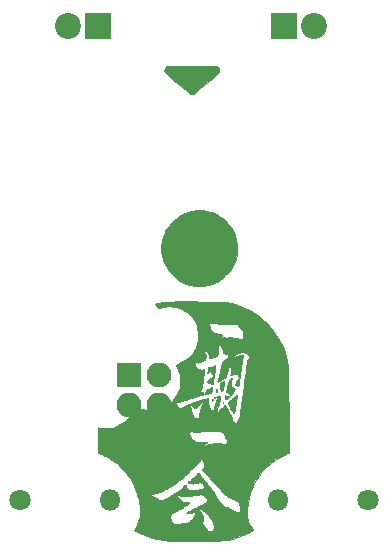
<source format=gbr>
G04 #@! TF.FileFunction,Soldermask,Top*
%FSLAX46Y46*%
G04 Gerber Fmt 4.6, Leading zero omitted, Abs format (unit mm)*
G04 Created by KiCad (PCBNEW 4.0.7) date Friday, August 17, 2018 'PMt' 06:16:06 PM*
%MOMM*%
%LPD*%
G01*
G04 APERTURE LIST*
%ADD10C,0.100000*%
%ADD11C,0.010000*%
%ADD12R,2.200000X2.200000*%
%ADD13C,2.200000*%
%ADD14C,1.800000*%
%ADD15O,1.800000X1.800000*%
%ADD16R,2.100000X2.100000*%
%ADD17O,2.100000X2.100000*%
G04 APERTURE END LIST*
D10*
D11*
G36*
X149025686Y-84149189D02*
X149350417Y-84149403D01*
X149631086Y-84149854D01*
X149871091Y-84150613D01*
X150073824Y-84151749D01*
X150242683Y-84153334D01*
X150381061Y-84155438D01*
X150492355Y-84158131D01*
X150579958Y-84161485D01*
X150647267Y-84165571D01*
X150697675Y-84170457D01*
X150734579Y-84176217D01*
X150761373Y-84182919D01*
X150781453Y-84190635D01*
X150787429Y-84193540D01*
X150889327Y-84270566D01*
X150957527Y-84373917D01*
X150988009Y-84491607D01*
X150976753Y-84611647D01*
X150949670Y-84677347D01*
X150921319Y-84710147D01*
X150858299Y-84771521D01*
X150765114Y-84857620D01*
X150646268Y-84964592D01*
X150506264Y-85088587D01*
X150349606Y-85225756D01*
X150180798Y-85372248D01*
X150004342Y-85524212D01*
X149824743Y-85677800D01*
X149646505Y-85829160D01*
X149474130Y-85974442D01*
X149312123Y-86109796D01*
X149164987Y-86231372D01*
X149037226Y-86335320D01*
X148933344Y-86417790D01*
X148857844Y-86474930D01*
X148815229Y-86502892D01*
X148813226Y-86503818D01*
X148693068Y-86535134D01*
X148581981Y-86525862D01*
X148534916Y-86506313D01*
X148505489Y-86484336D01*
X148441145Y-86432527D01*
X148345665Y-86354043D01*
X148222829Y-86252040D01*
X148076419Y-86129672D01*
X147910218Y-85990096D01*
X147728005Y-85836467D01*
X147533563Y-85671942D01*
X147437144Y-85590152D01*
X147203008Y-85391192D01*
X147004757Y-85222015D01*
X146839409Y-85079611D01*
X146703985Y-84960970D01*
X146595505Y-84863082D01*
X146510987Y-84782939D01*
X146447452Y-84717529D01*
X146401919Y-84663844D01*
X146371407Y-84618874D01*
X146352937Y-84579608D01*
X146343528Y-84543038D01*
X146340199Y-84506154D01*
X146339882Y-84482098D01*
X146361179Y-84391663D01*
X146417059Y-84297973D01*
X146495861Y-84218923D01*
X146523888Y-84199719D01*
X146540079Y-84190572D01*
X146558901Y-84182601D01*
X146583762Y-84175725D01*
X146618068Y-84169863D01*
X146665226Y-84164933D01*
X146728642Y-84160855D01*
X146811724Y-84157548D01*
X146917878Y-84154932D01*
X147050511Y-84152924D01*
X147213029Y-84151445D01*
X147408840Y-84150413D01*
X147641349Y-84149748D01*
X147913964Y-84149368D01*
X148230091Y-84149193D01*
X148593137Y-84149142D01*
X148653500Y-84149140D01*
X149025686Y-84149189D01*
X149025686Y-84149189D01*
G37*
X149025686Y-84149189D02*
X149350417Y-84149403D01*
X149631086Y-84149854D01*
X149871091Y-84150613D01*
X150073824Y-84151749D01*
X150242683Y-84153334D01*
X150381061Y-84155438D01*
X150492355Y-84158131D01*
X150579958Y-84161485D01*
X150647267Y-84165571D01*
X150697675Y-84170457D01*
X150734579Y-84176217D01*
X150761373Y-84182919D01*
X150781453Y-84190635D01*
X150787429Y-84193540D01*
X150889327Y-84270566D01*
X150957527Y-84373917D01*
X150988009Y-84491607D01*
X150976753Y-84611647D01*
X150949670Y-84677347D01*
X150921319Y-84710147D01*
X150858299Y-84771521D01*
X150765114Y-84857620D01*
X150646268Y-84964592D01*
X150506264Y-85088587D01*
X150349606Y-85225756D01*
X150180798Y-85372248D01*
X150004342Y-85524212D01*
X149824743Y-85677800D01*
X149646505Y-85829160D01*
X149474130Y-85974442D01*
X149312123Y-86109796D01*
X149164987Y-86231372D01*
X149037226Y-86335320D01*
X148933344Y-86417790D01*
X148857844Y-86474930D01*
X148815229Y-86502892D01*
X148813226Y-86503818D01*
X148693068Y-86535134D01*
X148581981Y-86525862D01*
X148534916Y-86506313D01*
X148505489Y-86484336D01*
X148441145Y-86432527D01*
X148345665Y-86354043D01*
X148222829Y-86252040D01*
X148076419Y-86129672D01*
X147910218Y-85990096D01*
X147728005Y-85836467D01*
X147533563Y-85671942D01*
X147437144Y-85590152D01*
X147203008Y-85391192D01*
X147004757Y-85222015D01*
X146839409Y-85079611D01*
X146703985Y-84960970D01*
X146595505Y-84863082D01*
X146510987Y-84782939D01*
X146447452Y-84717529D01*
X146401919Y-84663844D01*
X146371407Y-84618874D01*
X146352937Y-84579608D01*
X146343528Y-84543038D01*
X146340199Y-84506154D01*
X146339882Y-84482098D01*
X146361179Y-84391663D01*
X146417059Y-84297973D01*
X146495861Y-84218923D01*
X146523888Y-84199719D01*
X146540079Y-84190572D01*
X146558901Y-84182601D01*
X146583762Y-84175725D01*
X146618068Y-84169863D01*
X146665226Y-84164933D01*
X146728642Y-84160855D01*
X146811724Y-84157548D01*
X146917878Y-84154932D01*
X147050511Y-84152924D01*
X147213029Y-84151445D01*
X147408840Y-84150413D01*
X147641349Y-84149748D01*
X147913964Y-84149368D01*
X148230091Y-84149193D01*
X148593137Y-84149142D01*
X148653500Y-84149140D01*
X149025686Y-84149189D01*
G36*
X149891524Y-96423773D02*
X150202900Y-96494634D01*
X150356448Y-96546179D01*
X150535999Y-96621051D01*
X150727004Y-96711981D01*
X150914910Y-96811702D01*
X151085169Y-96912944D01*
X151207226Y-96996317D01*
X151364107Y-97124276D01*
X151529485Y-97278096D01*
X151690902Y-97444832D01*
X151835900Y-97611540D01*
X151952019Y-97765274D01*
X151962973Y-97781559D01*
X152168188Y-98135937D01*
X152325922Y-98506468D01*
X152435677Y-98889988D01*
X152496958Y-99283330D01*
X152509267Y-99683331D01*
X152472106Y-100086824D01*
X152387265Y-100482400D01*
X152335281Y-100637194D01*
X152259859Y-100817800D01*
X152168325Y-101009602D01*
X152068003Y-101197987D01*
X151966219Y-101368340D01*
X151881642Y-101491215D01*
X151754479Y-101645856D01*
X151601746Y-101809351D01*
X151436297Y-101969364D01*
X151270987Y-102113559D01*
X151118671Y-102229601D01*
X151096453Y-102244673D01*
X150941788Y-102338922D01*
X150761703Y-102434979D01*
X150572144Y-102525323D01*
X150389056Y-102602431D01*
X150228386Y-102658782D01*
X150202900Y-102666189D01*
X149963147Y-102721635D01*
X149702676Y-102762034D01*
X149437920Y-102785943D01*
X149185313Y-102791917D01*
X148961286Y-102778514D01*
X148945600Y-102776625D01*
X148541827Y-102701186D01*
X148156826Y-102579194D01*
X147793127Y-102411908D01*
X147453254Y-102200581D01*
X147139736Y-101946471D01*
X146998807Y-101809108D01*
X146817444Y-101609800D01*
X146667393Y-101415905D01*
X146536397Y-101209724D01*
X146412203Y-100973558D01*
X146393825Y-100935340D01*
X146247027Y-100569013D01*
X146147993Y-100190229D01*
X146096723Y-99803828D01*
X146093216Y-99414651D01*
X146137474Y-99027539D01*
X146229496Y-98647334D01*
X146369281Y-98278875D01*
X146393825Y-98226059D01*
X146518052Y-97984008D01*
X146647284Y-97774537D01*
X146793774Y-97579948D01*
X146969778Y-97382541D01*
X146998807Y-97352291D01*
X147297212Y-97079074D01*
X147620551Y-96848916D01*
X147965382Y-96662738D01*
X148328265Y-96521460D01*
X148705762Y-96426004D01*
X149094430Y-96377290D01*
X149490831Y-96376240D01*
X149891524Y-96423773D01*
X149891524Y-96423773D01*
G37*
X149891524Y-96423773D02*
X150202900Y-96494634D01*
X150356448Y-96546179D01*
X150535999Y-96621051D01*
X150727004Y-96711981D01*
X150914910Y-96811702D01*
X151085169Y-96912944D01*
X151207226Y-96996317D01*
X151364107Y-97124276D01*
X151529485Y-97278096D01*
X151690902Y-97444832D01*
X151835900Y-97611540D01*
X151952019Y-97765274D01*
X151962973Y-97781559D01*
X152168188Y-98135937D01*
X152325922Y-98506468D01*
X152435677Y-98889988D01*
X152496958Y-99283330D01*
X152509267Y-99683331D01*
X152472106Y-100086824D01*
X152387265Y-100482400D01*
X152335281Y-100637194D01*
X152259859Y-100817800D01*
X152168325Y-101009602D01*
X152068003Y-101197987D01*
X151966219Y-101368340D01*
X151881642Y-101491215D01*
X151754479Y-101645856D01*
X151601746Y-101809351D01*
X151436297Y-101969364D01*
X151270987Y-102113559D01*
X151118671Y-102229601D01*
X151096453Y-102244673D01*
X150941788Y-102338922D01*
X150761703Y-102434979D01*
X150572144Y-102525323D01*
X150389056Y-102602431D01*
X150228386Y-102658782D01*
X150202900Y-102666189D01*
X149963147Y-102721635D01*
X149702676Y-102762034D01*
X149437920Y-102785943D01*
X149185313Y-102791917D01*
X148961286Y-102778514D01*
X148945600Y-102776625D01*
X148541827Y-102701186D01*
X148156826Y-102579194D01*
X147793127Y-102411908D01*
X147453254Y-102200581D01*
X147139736Y-101946471D01*
X146998807Y-101809108D01*
X146817444Y-101609800D01*
X146667393Y-101415905D01*
X146536397Y-101209724D01*
X146412203Y-100973558D01*
X146393825Y-100935340D01*
X146247027Y-100569013D01*
X146147993Y-100190229D01*
X146096723Y-99803828D01*
X146093216Y-99414651D01*
X146137474Y-99027539D01*
X146229496Y-98647334D01*
X146369281Y-98278875D01*
X146393825Y-98226059D01*
X146518052Y-97984008D01*
X146647284Y-97774537D01*
X146793774Y-97579948D01*
X146969778Y-97382541D01*
X146998807Y-97352291D01*
X147297212Y-97079074D01*
X147620551Y-96848916D01*
X147965382Y-96662738D01*
X148328265Y-96521460D01*
X148705762Y-96426004D01*
X149094430Y-96377290D01*
X149490831Y-96376240D01*
X149891524Y-96423773D01*
G36*
X148374954Y-104096270D02*
X148826950Y-104097598D01*
X148970937Y-104098158D01*
X149360604Y-104099785D01*
X149703016Y-104101342D01*
X150001768Y-104102918D01*
X150260457Y-104104604D01*
X150482677Y-104106491D01*
X150672024Y-104108669D01*
X150832094Y-104111228D01*
X150966483Y-104114260D01*
X151078785Y-104117854D01*
X151172596Y-104122102D01*
X151251513Y-104127093D01*
X151319130Y-104132918D01*
X151379042Y-104139668D01*
X151434847Y-104147433D01*
X151490138Y-104156304D01*
X151526192Y-104162478D01*
X151952079Y-104246814D01*
X152342581Y-104347172D01*
X152711851Y-104468083D01*
X153074037Y-104614077D01*
X153369535Y-104752641D01*
X153862865Y-105022740D01*
X154317790Y-105325045D01*
X154736672Y-105661369D01*
X155121874Y-106033525D01*
X155308490Y-106240458D01*
X155663221Y-106688183D01*
X155971164Y-107153581D01*
X156233296Y-107638803D01*
X156450593Y-108145999D01*
X156624035Y-108677317D01*
X156754597Y-109234907D01*
X156805433Y-109533050D01*
X156811645Y-109577934D01*
X156817273Y-109627537D01*
X156822355Y-109684536D01*
X156826928Y-109751613D01*
X156831029Y-109831446D01*
X156834695Y-109926714D01*
X156837964Y-110040099D01*
X156840873Y-110174278D01*
X156843459Y-110331932D01*
X156845759Y-110515740D01*
X156847811Y-110728381D01*
X156849652Y-110972536D01*
X156851319Y-111250883D01*
X156852850Y-111566102D01*
X156854281Y-111920873D01*
X156855650Y-112317874D01*
X156856994Y-112759786D01*
X156858350Y-113249289D01*
X156858649Y-113362010D01*
X156867986Y-116898578D01*
X156745988Y-116944088D01*
X156620592Y-116996606D01*
X156465605Y-117070292D01*
X156293890Y-117158321D01*
X156118307Y-117253869D01*
X155951717Y-117350110D01*
X155806984Y-117440219D01*
X155790338Y-117451198D01*
X155370366Y-117759699D01*
X154985072Y-118102407D01*
X154636139Y-118476227D01*
X154325252Y-118878064D01*
X154054093Y-119304822D01*
X153824348Y-119753407D01*
X153637699Y-120220724D01*
X153495831Y-120703676D01*
X153400427Y-121199170D01*
X153353171Y-121704109D01*
X153348067Y-121940658D01*
X153349396Y-122111533D01*
X153353584Y-122243493D01*
X153361698Y-122348444D01*
X153374805Y-122438290D01*
X153393973Y-122524936D01*
X153403806Y-122562208D01*
X153466632Y-122751654D01*
X153551071Y-122948504D01*
X153648207Y-123134188D01*
X153749123Y-123290136D01*
X153760749Y-123305561D01*
X153816567Y-123384119D01*
X153839596Y-123433642D01*
X153832989Y-123461070D01*
X153831862Y-123462047D01*
X153781969Y-123494826D01*
X153695334Y-123543479D01*
X153581661Y-123603175D01*
X153450652Y-123669085D01*
X153312012Y-123736377D01*
X153175444Y-123800221D01*
X153050650Y-123855788D01*
X152988154Y-123882049D01*
X152559854Y-124041423D01*
X152138461Y-124165457D01*
X151703456Y-124259705D01*
X151429625Y-124303946D01*
X151365122Y-124312929D01*
X151302501Y-124320810D01*
X151238150Y-124327655D01*
X151168459Y-124333530D01*
X151089816Y-124338502D01*
X150998609Y-124342637D01*
X150891228Y-124346002D01*
X150764059Y-124348663D01*
X150613492Y-124350686D01*
X150435916Y-124352139D01*
X150227719Y-124353087D01*
X149985289Y-124353597D01*
X149705015Y-124353736D01*
X149383285Y-124353570D01*
X149016488Y-124353164D01*
X148772668Y-124352833D01*
X148431505Y-124352097D01*
X148102038Y-124350892D01*
X147788205Y-124349261D01*
X147493941Y-124347247D01*
X147223184Y-124344893D01*
X146979869Y-124342240D01*
X146767934Y-124339333D01*
X146591314Y-124336214D01*
X146453947Y-124332924D01*
X146359769Y-124329507D01*
X146313980Y-124326195D01*
X145797032Y-124236997D01*
X145314653Y-124119526D01*
X144857240Y-123970696D01*
X144415187Y-123787425D01*
X144021780Y-123590074D01*
X143923730Y-123536621D01*
X143843835Y-123492541D01*
X143791690Y-123463161D01*
X143776475Y-123453897D01*
X143786495Y-123431244D01*
X143819689Y-123376248D01*
X143870215Y-123298328D01*
X143906570Y-123244267D01*
X144048496Y-123002401D01*
X144155889Y-122742491D01*
X144229123Y-122461156D01*
X144242105Y-122360408D01*
X146850923Y-122360408D01*
X146854109Y-122446378D01*
X146863536Y-122512043D01*
X146877378Y-122540652D01*
X146893514Y-122573403D01*
X146898764Y-122619801D01*
X146916661Y-122678628D01*
X146972564Y-122755515D01*
X147032248Y-122818913D01*
X147165731Y-122952093D01*
X147318284Y-122945000D01*
X147425923Y-122937891D01*
X147533805Y-122927495D01*
X147585251Y-122920896D01*
X147671205Y-122907895D01*
X147746357Y-122896170D01*
X147763229Y-122893442D01*
X147826690Y-122884244D01*
X147913695Y-122873055D01*
X147953919Y-122868252D01*
X148114540Y-122846148D01*
X148237734Y-122818876D01*
X148336922Y-122781026D01*
X148425530Y-122727187D01*
X148516978Y-122651950D01*
X148537820Y-122632906D01*
X148614748Y-122563157D01*
X148686631Y-122500362D01*
X148733211Y-122461879D01*
X148796457Y-122389632D01*
X148851990Y-122285557D01*
X148891671Y-122168675D01*
X148907358Y-122058006D01*
X148907373Y-122054953D01*
X148916897Y-121971389D01*
X148942271Y-121918215D01*
X148945511Y-121915232D01*
X148972693Y-121878697D01*
X148984913Y-121837866D01*
X148976531Y-121814284D01*
X148972133Y-121813531D01*
X148935482Y-121824322D01*
X148885441Y-121848848D01*
X148843777Y-121875335D01*
X148831097Y-121889807D01*
X148810734Y-121911777D01*
X148761713Y-121940536D01*
X148761177Y-121940795D01*
X148708075Y-121965460D01*
X148664388Y-121981316D01*
X148604873Y-121996979D01*
X148576842Y-122003721D01*
X148514284Y-122013747D01*
X148432646Y-122020520D01*
X148345506Y-122023837D01*
X148266438Y-122023494D01*
X148209018Y-122019288D01*
X148186821Y-122011017D01*
X148187281Y-122009547D01*
X148222511Y-121975879D01*
X148290644Y-121926962D01*
X148379143Y-121870238D01*
X148475476Y-121813148D01*
X148567106Y-121763134D01*
X148641499Y-121727636D01*
X148684900Y-121714132D01*
X148722701Y-121701055D01*
X148729395Y-121688375D01*
X148744403Y-121673306D01*
X149263329Y-121673306D01*
X149275671Y-121714061D01*
X149307158Y-121781586D01*
X149349479Y-121859853D01*
X149394323Y-121932828D01*
X149408514Y-121953371D01*
X149524191Y-122150635D01*
X149598544Y-122366674D01*
X149628779Y-122539852D01*
X149630840Y-122633651D01*
X149608062Y-122688934D01*
X149557170Y-122713236D01*
X149553176Y-122713869D01*
X149509160Y-122739889D01*
X149496190Y-122785913D01*
X149518697Y-122829371D01*
X149529093Y-122836484D01*
X149573159Y-122878254D01*
X149595585Y-122915233D01*
X149624945Y-122973293D01*
X149666137Y-123045732D01*
X149674387Y-123059377D01*
X149717534Y-123131609D01*
X149753740Y-123195049D01*
X149758469Y-123203767D01*
X149837423Y-123313905D01*
X149945717Y-123416649D01*
X150063263Y-123493698D01*
X150090587Y-123506319D01*
X150175870Y-123537720D01*
X150238268Y-123544787D01*
X150299576Y-123527466D01*
X150344251Y-123505686D01*
X150448575Y-123424520D01*
X150513161Y-123314386D01*
X150534114Y-123182383D01*
X150533249Y-123161078D01*
X150528827Y-123086122D01*
X150525485Y-123021238D01*
X150512395Y-122957750D01*
X150488311Y-122918565D01*
X150462684Y-122883031D01*
X150461864Y-122867714D01*
X150455377Y-122819393D01*
X150421941Y-122740018D01*
X150366873Y-122637841D01*
X150295489Y-122521110D01*
X150213109Y-122398074D01*
X150125048Y-122276983D01*
X150036625Y-122166087D01*
X149953156Y-122073635D01*
X149944269Y-122064712D01*
X149850114Y-121972179D01*
X149781314Y-121907956D01*
X149727667Y-121864005D01*
X149678967Y-121832286D01*
X149625012Y-121804759D01*
X149599396Y-121792997D01*
X149513253Y-121748386D01*
X149430786Y-121697297D01*
X149424221Y-121692672D01*
X149361319Y-121658520D01*
X149310259Y-121649246D01*
X149303775Y-121650898D01*
X149268976Y-121667639D01*
X149263329Y-121673306D01*
X148744403Y-121673306D01*
X148751181Y-121666501D01*
X148805407Y-121641005D01*
X148824740Y-121634310D01*
X148896986Y-121606644D01*
X148952008Y-121577973D01*
X148958224Y-121573482D01*
X148997800Y-121549282D01*
X149070411Y-121510836D01*
X149162845Y-121465039D01*
X149199765Y-121447450D01*
X149307017Y-121396346D01*
X149410078Y-121346253D01*
X149490349Y-121306235D01*
X149504870Y-121298766D01*
X149590001Y-121255135D01*
X149689520Y-121204980D01*
X149733699Y-121182996D01*
X149819940Y-121137678D01*
X149898384Y-121092117D01*
X149929733Y-121071708D01*
X149975576Y-121032329D01*
X149984336Y-120993795D01*
X149973190Y-120956385D01*
X149958284Y-120896434D01*
X149959721Y-120858225D01*
X149947808Y-120826834D01*
X149904925Y-120772552D01*
X149840001Y-120704013D01*
X149761964Y-120629852D01*
X149679744Y-120558702D01*
X149602271Y-120499196D01*
X149559692Y-120471439D01*
X149475382Y-120432767D01*
X149396851Y-120426939D01*
X149302975Y-120453165D01*
X149283135Y-120461098D01*
X149227035Y-120475266D01*
X149136086Y-120488844D01*
X149026266Y-120499645D01*
X148978030Y-120502847D01*
X148764692Y-120515317D01*
X148596383Y-120526344D01*
X148467318Y-120536432D01*
X148371713Y-120546088D01*
X148303781Y-120555819D01*
X148259025Y-120565760D01*
X148199920Y-120574581D01*
X148106216Y-120579784D01*
X147994080Y-120580670D01*
X147941207Y-120579451D01*
X147805276Y-120571604D01*
X147706210Y-120557076D01*
X147630198Y-120533416D01*
X147598944Y-120518672D01*
X147514164Y-120479136D01*
X147462113Y-120469031D01*
X147434340Y-120487953D01*
X147426376Y-120510478D01*
X147433677Y-120580896D01*
X147477163Y-120668633D01*
X147549326Y-120764996D01*
X147642657Y-120861293D01*
X147749647Y-120948832D01*
X147862786Y-121018922D01*
X147867860Y-121021505D01*
X147943900Y-121054352D01*
X148026301Y-121076518D01*
X148128049Y-121090183D01*
X148262133Y-121097530D01*
X148330809Y-121099248D01*
X148405472Y-121103894D01*
X148440143Y-121116803D01*
X148445515Y-121142132D01*
X148445223Y-121143711D01*
X148416293Y-121182216D01*
X148388697Y-121192872D01*
X148340590Y-121208976D01*
X148325133Y-121221440D01*
X148294526Y-121250067D01*
X148237202Y-121293986D01*
X148167010Y-121343655D01*
X148097799Y-121389535D01*
X148043416Y-121422086D01*
X148019270Y-121432149D01*
X147987672Y-121449961D01*
X147948914Y-121489357D01*
X147884408Y-121549196D01*
X147802958Y-121600647D01*
X147725168Y-121631776D01*
X147695742Y-121635992D01*
X147646241Y-121653823D01*
X147592157Y-121696203D01*
X147591210Y-121697195D01*
X147525247Y-121752498D01*
X147440472Y-121805377D01*
X147355238Y-121845907D01*
X147287902Y-121864159D01*
X147282083Y-121864382D01*
X147235051Y-121882351D01*
X147220100Y-121902520D01*
X147183888Y-121931302D01*
X147120435Y-121940658D01*
X147030019Y-121965940D01*
X146944214Y-122041558D01*
X146878408Y-122139422D01*
X146863113Y-122191054D01*
X146853938Y-122270008D01*
X146850923Y-122360408D01*
X144242105Y-122360408D01*
X144268572Y-122155011D01*
X144274610Y-121820674D01*
X144247612Y-121454761D01*
X144187951Y-121053888D01*
X144163211Y-120923641D01*
X144057962Y-120502831D01*
X145185733Y-120502831D01*
X145202333Y-120539161D01*
X145246819Y-120559938D01*
X145308404Y-120568392D01*
X145383849Y-120586489D01*
X145469745Y-120633058D01*
X145485826Y-120644668D01*
X145547549Y-120688587D01*
X145592938Y-120715844D01*
X145605322Y-120720237D01*
X145635561Y-120733444D01*
X145693241Y-120767563D01*
X145745855Y-120801839D01*
X145889953Y-120870304D01*
X146044464Y-120891896D01*
X146192213Y-120867335D01*
X146394745Y-120793976D01*
X146594938Y-120708037D01*
X146772980Y-120618299D01*
X146835201Y-120582311D01*
X146935673Y-120522671D01*
X147034876Y-120466095D01*
X147112940Y-120423888D01*
X147119276Y-120420662D01*
X147271682Y-120327960D01*
X147378418Y-120230798D01*
X147421709Y-120195683D01*
X147448498Y-120186303D01*
X147479981Y-120170323D01*
X147538136Y-120127696D01*
X147612389Y-120066399D01*
X147642360Y-120040107D01*
X147742479Y-119952117D01*
X147851598Y-119858211D01*
X147947186Y-119777767D01*
X147952788Y-119773140D01*
X148018048Y-119716060D01*
X148059094Y-119673532D01*
X148068824Y-119653135D01*
X148066008Y-119652370D01*
X148046289Y-119644470D01*
X148062171Y-119622937D01*
X148102316Y-119610234D01*
X148143708Y-119638962D01*
X148176150Y-119701005D01*
X148180847Y-119717410D01*
X148208564Y-119786141D01*
X148257212Y-119872479D01*
X148316194Y-119960616D01*
X148374915Y-120034747D01*
X148422776Y-120079066D01*
X148423678Y-120079617D01*
X148475196Y-120097108D01*
X148557406Y-120102774D01*
X148679630Y-120097224D01*
X148685972Y-120096740D01*
X148784413Y-120087922D01*
X148862750Y-120078673D01*
X148907580Y-120070646D01*
X148912355Y-120068810D01*
X148958333Y-120054963D01*
X149054329Y-120039103D01*
X149199554Y-120021357D01*
X149220287Y-120019103D01*
X149308246Y-120006007D01*
X149385076Y-119988591D01*
X149406276Y-119981719D01*
X149479497Y-119962624D01*
X149529691Y-119957475D01*
X149589861Y-119936397D01*
X149653873Y-119880728D01*
X149656909Y-119877173D01*
X149704938Y-119794849D01*
X149704042Y-119715952D01*
X149653753Y-119634702D01*
X149635673Y-119615595D01*
X149577100Y-119550944D01*
X149526806Y-119487700D01*
X149483893Y-119441802D01*
X149430871Y-119421830D01*
X149363188Y-119418330D01*
X149272915Y-119421921D01*
X149190041Y-119429943D01*
X149174340Y-119432374D01*
X149107285Y-119442513D01*
X149013330Y-119454846D01*
X148939155Y-119463673D01*
X148856924Y-119476354D01*
X148799508Y-119491675D01*
X148780246Y-119504940D01*
X148763822Y-119515317D01*
X148749147Y-119509023D01*
X148710020Y-119500595D01*
X148635168Y-119495958D01*
X148539629Y-119495952D01*
X148523660Y-119496429D01*
X148419457Y-119497788D01*
X148355989Y-119492169D01*
X148323440Y-119478104D01*
X148314728Y-119465157D01*
X148319501Y-119419019D01*
X148336812Y-119396861D01*
X148368314Y-119352664D01*
X148373439Y-119329725D01*
X148390794Y-119304338D01*
X148420538Y-119307935D01*
X148458790Y-119303508D01*
X148517282Y-119268897D01*
X148601399Y-119200604D01*
X148643010Y-119163453D01*
X148780491Y-119036132D01*
X148904442Y-118916853D01*
X149010300Y-118810386D01*
X149093500Y-118721503D01*
X149149480Y-118654975D01*
X149173675Y-118615574D01*
X149173595Y-118608722D01*
X149169819Y-118586243D01*
X149195917Y-118589874D01*
X149240191Y-118616446D01*
X149259439Y-118631978D01*
X149299535Y-118675998D01*
X149314180Y-118708255D01*
X149331632Y-118735595D01*
X149339605Y-118737054D01*
X149364022Y-118756625D01*
X149365031Y-118764176D01*
X149381909Y-118806334D01*
X149426540Y-118872151D01*
X149489915Y-118950149D01*
X149563026Y-119028851D01*
X149602670Y-119066950D01*
X149657042Y-119124164D01*
X149729908Y-119210977D01*
X149811163Y-119314940D01*
X149880394Y-119409062D01*
X149963909Y-119523561D01*
X150050359Y-119637574D01*
X150128349Y-119736300D01*
X150176689Y-119793980D01*
X150314962Y-119965388D01*
X150459376Y-120169639D01*
X150599510Y-120391495D01*
X150674660Y-120522125D01*
X150735012Y-120626507D01*
X150794647Y-120721843D01*
X150844404Y-120793799D01*
X150862976Y-120816820D01*
X150909630Y-120871473D01*
X150975089Y-120951441D01*
X151047138Y-121041744D01*
X151066003Y-121065784D01*
X151148344Y-121163415D01*
X151239728Y-121259942D01*
X151322264Y-121336630D01*
X151332970Y-121345419D01*
X151404714Y-121394829D01*
X151511705Y-121458452D01*
X151642490Y-121530373D01*
X151785617Y-121604678D01*
X151929635Y-121675453D01*
X152063092Y-121736785D01*
X152174534Y-121782760D01*
X152192935Y-121789507D01*
X152276952Y-121828347D01*
X152353402Y-121877209D01*
X152358201Y-121881044D01*
X152426448Y-121916867D01*
X152515905Y-121938151D01*
X152610994Y-121944425D01*
X152696139Y-121935215D01*
X152755763Y-121910050D01*
X152770040Y-121893540D01*
X152781071Y-121843715D01*
X152784532Y-121762213D01*
X152781402Y-121666106D01*
X152772660Y-121572465D01*
X152759287Y-121498361D01*
X152745379Y-121463931D01*
X152734882Y-121438506D01*
X152722011Y-121399556D01*
X152715437Y-121381298D01*
X152698748Y-121335240D01*
X152672946Y-121263228D01*
X152660656Y-121228746D01*
X152627233Y-121156623D01*
X152576747Y-121093342D01*
X152497256Y-121025105D01*
X152460807Y-120997817D01*
X152350677Y-120924084D01*
X152223738Y-120849098D01*
X152123689Y-120797091D01*
X151856675Y-120661834D01*
X151623689Y-120525410D01*
X151429459Y-120390915D01*
X151278712Y-120261446D01*
X151234073Y-120214503D01*
X151177264Y-120151174D01*
X151102350Y-120068508D01*
X151026712Y-119985674D01*
X150945424Y-119894397D01*
X150851340Y-119784817D01*
X150763052Y-119678636D01*
X150752055Y-119665082D01*
X150680734Y-119580645D01*
X150580819Y-119467672D01*
X150459434Y-119333821D01*
X150323705Y-119186750D01*
X150180757Y-119034117D01*
X150037715Y-118883579D01*
X149901703Y-118742795D01*
X149779846Y-118619422D01*
X149770621Y-118610233D01*
X149673957Y-118514056D01*
X149609179Y-118445668D01*
X149573047Y-118396092D01*
X149562318Y-118356350D01*
X149573753Y-118317462D01*
X149604111Y-118270452D01*
X149633376Y-118230006D01*
X149684785Y-118154352D01*
X149710394Y-118098905D01*
X149716139Y-118044138D01*
X149709342Y-117980070D01*
X149668503Y-117778779D01*
X149606503Y-117613302D01*
X149517968Y-117471116D01*
X149463014Y-117405872D01*
X149416524Y-117373814D01*
X149384569Y-117387547D01*
X149373382Y-117442691D01*
X149375117Y-117467603D01*
X149371832Y-117527043D01*
X149344220Y-117589083D01*
X149286880Y-117661712D01*
X149194415Y-117752922D01*
X149162997Y-117781527D01*
X149105622Y-117834807D01*
X149021180Y-117915357D01*
X148918617Y-118014543D01*
X148806877Y-118123733D01*
X148732771Y-118196764D01*
X148629014Y-118298186D01*
X148537065Y-118385795D01*
X148463207Y-118453786D01*
X148413721Y-118496356D01*
X148395657Y-118508225D01*
X148374181Y-118527776D01*
X148373439Y-118534498D01*
X148357008Y-118565611D01*
X148316235Y-118614982D01*
X148263896Y-118669617D01*
X148212768Y-118716517D01*
X148175629Y-118742687D01*
X148167146Y-118744331D01*
X148143249Y-118758978D01*
X148092699Y-118802803D01*
X148023955Y-118868201D01*
X147975749Y-118916407D01*
X147883141Y-119005522D01*
X147786026Y-119090622D01*
X147700687Y-119157697D01*
X147674240Y-119175862D01*
X147598151Y-119227683D01*
X147535725Y-119275079D01*
X147508975Y-119299187D01*
X147469955Y-119333002D01*
X147401947Y-119384280D01*
X147318607Y-119442788D01*
X147305571Y-119451594D01*
X147208896Y-119518706D01*
X147113826Y-119588256D01*
X147040821Y-119645270D01*
X147040384Y-119645633D01*
X146979999Y-119693058D01*
X146935395Y-119723107D01*
X146922178Y-119728646D01*
X146893425Y-119741873D01*
X146835161Y-119776640D01*
X146759707Y-119825574D01*
X146755695Y-119828267D01*
X146679784Y-119875955D01*
X146619989Y-119907368D01*
X146588592Y-119916102D01*
X146587865Y-119915755D01*
X146568805Y-119921066D01*
X146568234Y-119926084D01*
X146547951Y-119945236D01*
X146496317Y-119976376D01*
X146427157Y-120012731D01*
X146354295Y-120047529D01*
X146291554Y-120074000D01*
X146252757Y-120085370D01*
X146246729Y-120083580D01*
X146227634Y-120088669D01*
X146195878Y-120112117D01*
X146115535Y-120163346D01*
X145997822Y-120216402D01*
X145855841Y-120266932D01*
X145702697Y-120310583D01*
X145551494Y-120343004D01*
X145462228Y-120355802D01*
X145379716Y-120370773D01*
X145314392Y-120393085D01*
X145294961Y-120405101D01*
X145250185Y-120434284D01*
X145227761Y-120440558D01*
X145194929Y-120460308D01*
X145185733Y-120502831D01*
X144057962Y-120502831D01*
X144038676Y-120425724D01*
X143867392Y-119943968D01*
X143651778Y-119481550D01*
X143394250Y-119041648D01*
X143097226Y-118627439D01*
X142763124Y-118242101D01*
X142394360Y-117888811D01*
X141993352Y-117570748D01*
X141562517Y-117291088D01*
X141284908Y-117140111D01*
X141160598Y-117078483D01*
X141040657Y-117021222D01*
X140938563Y-116974632D01*
X140867797Y-116945012D01*
X140866582Y-116944556D01*
X140745811Y-116899515D01*
X140745811Y-115195803D01*
X148451156Y-115195803D01*
X148464943Y-115306885D01*
X148502629Y-115397284D01*
X148642661Y-115624894D01*
X148782543Y-115809804D01*
X148833824Y-115866641D01*
X148899561Y-115926765D01*
X148972159Y-115972580D01*
X149058105Y-116004990D01*
X149163883Y-116024899D01*
X149295982Y-116033211D01*
X149460886Y-116030829D01*
X149665083Y-116018658D01*
X149829045Y-116005307D01*
X149899270Y-116002542D01*
X149942825Y-116007314D01*
X149949815Y-116012708D01*
X149927082Y-116047453D01*
X149858920Y-116104878D01*
X149771837Y-116167035D01*
X149709800Y-116212094D01*
X149664671Y-116249606D01*
X149657423Y-116257020D01*
X149623285Y-116286859D01*
X149562199Y-116332882D01*
X149511227Y-116368714D01*
X149446076Y-116414944D01*
X149402227Y-116449366D01*
X149390456Y-116462071D01*
X149410355Y-116461869D01*
X149457249Y-116447288D01*
X149511938Y-116425198D01*
X149553028Y-116403897D01*
X149587847Y-116385602D01*
X149593859Y-116383777D01*
X149637350Y-116367815D01*
X149705103Y-116335099D01*
X149777994Y-116295396D01*
X149830312Y-116263037D01*
X149895282Y-116232778D01*
X149952281Y-116227953D01*
X149952871Y-116228103D01*
X150007107Y-116224411D01*
X150076447Y-116198306D01*
X150092023Y-116189746D01*
X150185257Y-116152701D01*
X150248687Y-116151122D01*
X150324463Y-116149346D01*
X150381591Y-116131257D01*
X150440320Y-116112469D01*
X150535045Y-116094247D01*
X150650929Y-116078417D01*
X150773133Y-116066801D01*
X150886818Y-116061225D01*
X150947822Y-116061651D01*
X151031062Y-116072752D01*
X151129648Y-116096728D01*
X151224306Y-116127756D01*
X151295763Y-116160014D01*
X151313868Y-116172234D01*
X151363157Y-116184705D01*
X151434681Y-116173212D01*
X151509655Y-116143847D01*
X151569297Y-116102705D01*
X151584591Y-116084410D01*
X151627176Y-115974380D01*
X151626437Y-115845434D01*
X151583273Y-115703759D01*
X151510154Y-115572344D01*
X151464331Y-115499512D01*
X151433246Y-115440940D01*
X151424490Y-115414473D01*
X151408716Y-115361925D01*
X151369838Y-115292388D01*
X151320523Y-115225017D01*
X151273438Y-115178964D01*
X151265495Y-115174046D01*
X151173579Y-115135832D01*
X151050780Y-115099207D01*
X150915387Y-115068206D01*
X150785688Y-115046861D01*
X150679973Y-115039206D01*
X150657795Y-115040019D01*
X150600682Y-115043438D01*
X150505332Y-115048358D01*
X150384313Y-115054160D01*
X150250194Y-115060224D01*
X150229495Y-115061127D01*
X150077620Y-115068133D01*
X149920582Y-115076064D01*
X149777286Y-115083928D01*
X149670136Y-115090496D01*
X149478412Y-115101274D01*
X149286059Y-115108385D01*
X149101172Y-115111864D01*
X148931847Y-115111747D01*
X148786179Y-115108071D01*
X148672263Y-115100870D01*
X148598195Y-115090181D01*
X148583362Y-115085693D01*
X148525797Y-115066823D01*
X148495000Y-115073040D01*
X148475304Y-115100913D01*
X148451156Y-115195803D01*
X140745811Y-115195803D01*
X140745811Y-114765175D01*
X140803019Y-114779479D01*
X141043079Y-114822267D01*
X141308366Y-114840130D01*
X141579839Y-114833175D01*
X141838461Y-114801508D01*
X141970692Y-114772991D01*
X142310904Y-114660323D01*
X142627275Y-114504201D01*
X142916283Y-114307134D01*
X143174408Y-114071627D01*
X143398128Y-113800187D01*
X143455579Y-113715858D01*
X143544480Y-113567145D01*
X143628428Y-113404313D01*
X143701031Y-113241568D01*
X143755900Y-113093115D01*
X143784696Y-112984226D01*
X143799003Y-112923320D01*
X143812243Y-112890856D01*
X143814836Y-112889206D01*
X143841703Y-112902512D01*
X143891622Y-112935179D01*
X143900688Y-112941569D01*
X143959688Y-112977726D01*
X144047627Y-113024885D01*
X144146861Y-113073647D01*
X144160577Y-113080033D01*
X144487008Y-113203653D01*
X144822841Y-113279262D01*
X145163089Y-113307617D01*
X145502764Y-113289480D01*
X145836880Y-113225611D01*
X146160448Y-113116769D01*
X146468483Y-112963715D01*
X146755997Y-112767208D01*
X146859889Y-112679620D01*
X147298530Y-112679620D01*
X147321996Y-112723580D01*
X147336261Y-112744046D01*
X147375779Y-112821055D01*
X147395813Y-112901622D01*
X147396231Y-112908650D01*
X147422201Y-112989677D01*
X147485538Y-113054996D01*
X147573365Y-113096742D01*
X147672805Y-113107049D01*
X147711197Y-113101030D01*
X147774256Y-113080652D01*
X147857303Y-113046924D01*
X147946247Y-113006493D01*
X148026997Y-112966008D01*
X148055802Y-112949310D01*
X148477833Y-112949310D01*
X148499514Y-113024212D01*
X148525629Y-113066676D01*
X148559983Y-113133510D01*
X148590908Y-113224263D01*
X148602734Y-113274004D01*
X148629195Y-113396208D01*
X148656118Y-113497426D01*
X148680701Y-113568502D01*
X148700137Y-113600278D01*
X148702931Y-113601118D01*
X148721347Y-113622466D01*
X148745748Y-113675027D01*
X148750210Y-113686931D01*
X148800098Y-113780144D01*
X148873180Y-113862224D01*
X148959926Y-113928158D01*
X149050805Y-113972934D01*
X149136288Y-113991539D01*
X149206846Y-113978960D01*
X149243871Y-113946592D01*
X149258271Y-113901563D01*
X149262940Y-113851764D01*
X149269186Y-113781723D01*
X149285343Y-113679514D01*
X149308394Y-113559180D01*
X149335322Y-113434762D01*
X149363110Y-113320301D01*
X149388741Y-113229838D01*
X149406930Y-113181599D01*
X149438335Y-113107209D01*
X149457392Y-113041759D01*
X149475960Y-112978244D01*
X149507537Y-112898540D01*
X149517637Y-112876494D01*
X149553513Y-112789674D01*
X149581003Y-112702098D01*
X149597327Y-112626203D01*
X149599706Y-112574429D01*
X149588685Y-112558676D01*
X149561929Y-112575070D01*
X149508499Y-112618440D01*
X149437940Y-112680071D01*
X149359795Y-112751244D01*
X149283609Y-112823242D01*
X149218927Y-112887349D01*
X149175292Y-112934847D01*
X149171108Y-112940057D01*
X149071851Y-113053302D01*
X148981152Y-113126892D01*
X148933674Y-113153475D01*
X148903450Y-113147599D01*
X148867776Y-113104547D01*
X148866737Y-113103117D01*
X148799415Y-113012809D01*
X148750038Y-112954946D01*
X148708218Y-112919750D01*
X148663565Y-112897441D01*
X148639024Y-112888750D01*
X148551681Y-112875156D01*
X148496586Y-112897483D01*
X148477833Y-112949310D01*
X148055802Y-112949310D01*
X148085464Y-112932116D01*
X148106549Y-112914507D01*
X148137998Y-112900172D01*
X148147969Y-112903995D01*
X148184505Y-112901591D01*
X148216132Y-112881578D01*
X148277984Y-112840993D01*
X148379261Y-112791247D01*
X148510382Y-112736749D01*
X148614981Y-112698068D01*
X148692056Y-112668896D01*
X148750110Y-112643335D01*
X148768323Y-112632886D01*
X148812337Y-112611915D01*
X148857312Y-112598939D01*
X148907596Y-112584717D01*
X148991903Y-112557499D01*
X149096518Y-112521801D01*
X149164329Y-112497834D01*
X149276142Y-112458951D01*
X149377593Y-112425767D01*
X149454281Y-112402894D01*
X149482147Y-112396089D01*
X149551634Y-112381906D01*
X149642257Y-112362513D01*
X149682848Y-112353581D01*
X149856195Y-112317878D01*
X149982709Y-112298312D01*
X150013379Y-112295431D01*
X150035232Y-112296847D01*
X150049807Y-112310560D01*
X150058644Y-112345061D01*
X150063284Y-112408838D01*
X150065268Y-112510380D01*
X150065778Y-112584101D01*
X150070796Y-112758941D01*
X150084629Y-112895484D01*
X150108588Y-113005728D01*
X150113693Y-113022498D01*
X150167884Y-113150423D01*
X150236030Y-113245738D01*
X150312439Y-113303852D01*
X150391422Y-113320177D01*
X150455624Y-113298220D01*
X150488157Y-113257520D01*
X150521266Y-113186163D01*
X150547528Y-113103706D01*
X150559518Y-113029710D01*
X150559643Y-113024190D01*
X150569880Y-112973217D01*
X150584341Y-112953456D01*
X150598131Y-112920396D01*
X150594209Y-112900781D01*
X150595076Y-112849070D01*
X150604266Y-112831675D01*
X150626336Y-112787300D01*
X150656946Y-112704218D01*
X150692793Y-112593177D01*
X150730577Y-112464924D01*
X150766997Y-112330205D01*
X150798749Y-112199767D01*
X150799769Y-112195263D01*
X150837856Y-112128414D01*
X150905552Y-112093491D01*
X150973878Y-112095494D01*
X151029128Y-112129511D01*
X151070299Y-112187557D01*
X151085169Y-112249289D01*
X151080202Y-112272443D01*
X151068719Y-112299809D01*
X151059881Y-112326569D01*
X151050557Y-112365683D01*
X151037618Y-112430109D01*
X151020276Y-112520538D01*
X151006106Y-112590263D01*
X150989177Y-112662868D01*
X150967031Y-112747294D01*
X150937208Y-112852483D01*
X150897246Y-112987377D01*
X150844686Y-113160918D01*
X150838574Y-113180966D01*
X150813346Y-113276283D01*
X150792624Y-113377786D01*
X150777570Y-113475324D01*
X150769342Y-113558741D01*
X150769100Y-113617887D01*
X150778004Y-113642608D01*
X150786280Y-113638852D01*
X150810604Y-113604125D01*
X150848802Y-113539360D01*
X150884395Y-113473991D01*
X150946965Y-113357816D01*
X150992358Y-113281173D01*
X151024957Y-113237540D01*
X151049149Y-113220397D01*
X151055581Y-113219442D01*
X151083068Y-113202234D01*
X151137174Y-113155966D01*
X151209323Y-113088283D01*
X151269393Y-113028802D01*
X151366420Y-112934852D01*
X151434418Y-112879086D01*
X151475760Y-112859691D01*
X151486798Y-112862739D01*
X151507921Y-112892996D01*
X151546814Y-112960356D01*
X151598802Y-113056294D01*
X151659210Y-113172282D01*
X151692408Y-113237713D01*
X151754284Y-113359511D01*
X151808868Y-113464619D01*
X151851836Y-113544888D01*
X151878861Y-113592168D01*
X151885309Y-113601118D01*
X151903982Y-113629674D01*
X151930338Y-113684125D01*
X151956307Y-113745623D01*
X151973816Y-113795317D01*
X151976389Y-113813788D01*
X151985744Y-113837338D01*
X152001412Y-113858611D01*
X152030370Y-113912152D01*
X152044326Y-113957864D01*
X152096985Y-114120930D01*
X152180852Y-114254608D01*
X152200145Y-114275977D01*
X152291943Y-114355317D01*
X152369580Y-114386800D01*
X152434653Y-114370920D01*
X152454571Y-114354450D01*
X152492330Y-114304898D01*
X152538075Y-114228873D01*
X152583752Y-114142072D01*
X152621308Y-114060194D01*
X152642689Y-113998936D01*
X152644910Y-113983427D01*
X152655118Y-113936084D01*
X152667052Y-113920966D01*
X152689647Y-113883283D01*
X152711254Y-113804044D01*
X152729649Y-113692528D01*
X152736671Y-113630411D01*
X152749861Y-113532253D01*
X152769123Y-113426095D01*
X152774442Y-113401582D01*
X152834825Y-113074702D01*
X152862730Y-112800217D01*
X152873598Y-112663123D01*
X152887414Y-112524600D01*
X152902826Y-112395094D01*
X152918479Y-112285052D01*
X152933020Y-112204922D01*
X152945000Y-112165300D01*
X152960354Y-112121131D01*
X152968248Y-112075593D01*
X152976082Y-112009801D01*
X152989245Y-111906869D01*
X153005981Y-111780012D01*
X153024537Y-111642445D01*
X153043157Y-111507384D01*
X153052647Y-111439957D01*
X153068307Y-111317486D01*
X153082963Y-111183002D01*
X153089741Y-111109427D01*
X153104355Y-110936550D01*
X153116846Y-110802313D01*
X153128714Y-110694636D01*
X153141457Y-110601436D01*
X153156574Y-110510633D01*
X153175563Y-110410145D01*
X153178044Y-110397515D01*
X153201997Y-110263571D01*
X153223629Y-110120936D01*
X153239170Y-109995081D01*
X153242006Y-109965282D01*
X153263825Y-109771646D01*
X153296263Y-109561693D01*
X153336194Y-109351656D01*
X153380495Y-109157765D01*
X153426040Y-108996254D01*
X153432105Y-108977840D01*
X153469450Y-108859087D01*
X153487502Y-108775594D01*
X153486897Y-108715837D01*
X153468268Y-108668294D01*
X153450558Y-108643160D01*
X153402868Y-108594976D01*
X153333464Y-108538332D01*
X153256288Y-108483037D01*
X153185283Y-108438899D01*
X153134389Y-108415729D01*
X153125322Y-108414331D01*
X153079064Y-108402615D01*
X153065587Y-108390778D01*
X153034759Y-108380526D01*
X152967554Y-108375921D01*
X152878228Y-108377901D01*
X152873904Y-108378161D01*
X152655460Y-108417000D01*
X152445045Y-108505939D01*
X152316501Y-108587850D01*
X152208133Y-108666352D01*
X152272557Y-108730776D01*
X152326673Y-108772092D01*
X152379781Y-108777545D01*
X152444342Y-108745715D01*
X152497380Y-108705161D01*
X152551485Y-108672021D01*
X152626362Y-108649491D01*
X152735373Y-108633909D01*
X152769081Y-108630709D01*
X152868095Y-108624409D01*
X152948733Y-108623806D01*
X152996644Y-108628886D01*
X153001689Y-108630956D01*
X153019399Y-108667325D01*
X153017605Y-108716091D01*
X152988848Y-108859507D01*
X152959865Y-109006953D01*
X152932925Y-109146602D01*
X152910296Y-109266625D01*
X152894249Y-109355193D01*
X152889023Y-109386383D01*
X152873364Y-109476025D01*
X152854009Y-109574151D01*
X152850678Y-109589786D01*
X152835123Y-109677019D01*
X152820117Y-109785865D01*
X152812318Y-109857744D01*
X152799966Y-109964503D01*
X152784019Y-110069452D01*
X152773220Y-110125273D01*
X152757003Y-110213878D01*
X152741976Y-110322485D01*
X152735315Y-110385365D01*
X152725638Y-110479599D01*
X152715139Y-110562036D01*
X152708725Y-110600918D01*
X152694018Y-110682044D01*
X152677365Y-110785987D01*
X152663104Y-110885106D01*
X152658860Y-110918736D01*
X152640569Y-111059247D01*
X152623552Y-111154873D01*
X152606356Y-111211508D01*
X152587528Y-111235044D01*
X152580462Y-111236554D01*
X152538190Y-111220042D01*
X152530496Y-111211128D01*
X152495326Y-111191196D01*
X152454799Y-111185703D01*
X152376296Y-111179412D01*
X152340537Y-111155462D01*
X152340418Y-111106236D01*
X152350185Y-111073556D01*
X152385462Y-110996382D01*
X152434826Y-110915345D01*
X152443518Y-110903322D01*
X152533835Y-110771027D01*
X152602055Y-110647652D01*
X152644103Y-110541938D01*
X152655902Y-110462621D01*
X152654389Y-110451262D01*
X152620547Y-110361586D01*
X152557193Y-110301367D01*
X152458191Y-110266858D01*
X152332580Y-110254655D01*
X152211571Y-110256610D01*
X152133499Y-110270162D01*
X152110977Y-110281914D01*
X152070438Y-110305563D01*
X152014999Y-110326938D01*
X151963429Y-110340263D01*
X151934497Y-110339765D01*
X151932999Y-110336672D01*
X151937450Y-110308286D01*
X151949267Y-110242688D01*
X151966145Y-110152587D01*
X151971132Y-110126428D01*
X151995661Y-109985854D01*
X152006658Y-109886376D01*
X152004244Y-109820107D01*
X151988542Y-109779159D01*
X151976657Y-109766460D01*
X151952004Y-109723616D01*
X151937832Y-109657861D01*
X151937707Y-109656288D01*
X151920500Y-109585929D01*
X151888093Y-109543218D01*
X151850549Y-109534507D01*
X151817928Y-109566150D01*
X151813005Y-109577545D01*
X151782354Y-109629844D01*
X151765630Y-109647465D01*
X151748016Y-109682375D01*
X151726148Y-109755003D01*
X151703514Y-109852811D01*
X151692320Y-109911016D01*
X151669708Y-110025479D01*
X151645381Y-110129680D01*
X151623306Y-110207259D01*
X151615288Y-110228834D01*
X151587516Y-110303832D01*
X151558917Y-110396836D01*
X151550155Y-110429580D01*
X151532535Y-110490563D01*
X151509831Y-110533218D01*
X151471144Y-110568220D01*
X151405576Y-110606243D01*
X151331955Y-110643286D01*
X151240934Y-110690630D01*
X151166373Y-110733740D01*
X151121357Y-110764926D01*
X151116109Y-110770130D01*
X151075442Y-110800052D01*
X151057140Y-110804321D01*
X151020220Y-110821444D01*
X150971372Y-110863143D01*
X150966832Y-110867885D01*
X150916954Y-110911265D01*
X150875934Y-110931291D01*
X150873411Y-110931449D01*
X150850450Y-110910197D01*
X150840061Y-110860726D01*
X150843807Y-110804462D01*
X150861263Y-110764912D01*
X150875675Y-110729523D01*
X150893954Y-110658215D01*
X150912492Y-110565367D01*
X150915141Y-110550067D01*
X150933537Y-110452246D01*
X150952122Y-110370860D01*
X150967208Y-110321844D01*
X150968650Y-110318815D01*
X150993589Y-110251573D01*
X151015993Y-110159082D01*
X151028441Y-110078413D01*
X151039704Y-110023845D01*
X151048710Y-110002137D01*
X151060752Y-109964482D01*
X151074846Y-109895467D01*
X151081978Y-109850868D01*
X151096201Y-109772368D01*
X151111881Y-109714402D01*
X151119385Y-109698315D01*
X151133832Y-109659822D01*
X151149396Y-109590179D01*
X151156695Y-109545763D01*
X151172122Y-109465885D01*
X151190830Y-109405344D01*
X151200230Y-109387968D01*
X151213993Y-109346582D01*
X151209524Y-109331507D01*
X151208608Y-109286217D01*
X151239370Y-109222333D01*
X151292138Y-109150863D01*
X151357239Y-109082809D01*
X151425002Y-109029179D01*
X151485756Y-109000976D01*
X151501651Y-108999116D01*
X151542557Y-108990981D01*
X151551690Y-108980047D01*
X151570895Y-108954793D01*
X151618067Y-108917247D01*
X151628549Y-108910127D01*
X151699482Y-108836532D01*
X151735199Y-108760604D01*
X151751678Y-108694762D01*
X151746017Y-108655195D01*
X151713757Y-108620497D01*
X151704408Y-108612815D01*
X151633542Y-108570827D01*
X151570074Y-108548964D01*
X151512766Y-108527623D01*
X151483148Y-108499705D01*
X151450527Y-108473857D01*
X151402701Y-108465100D01*
X151377229Y-108463986D01*
X151356878Y-108456243D01*
X151338861Y-108435160D01*
X151320394Y-108394028D01*
X151298693Y-108326136D01*
X151270972Y-108224774D01*
X151234446Y-108083231D01*
X151218848Y-108022098D01*
X151174887Y-107921347D01*
X151106452Y-107846123D01*
X151024606Y-107807186D01*
X150994699Y-107804121D01*
X150956347Y-107806349D01*
X150934799Y-107820723D01*
X150924865Y-107858777D01*
X150921358Y-107932048D01*
X150920679Y-107968711D01*
X150913968Y-108092159D01*
X150899070Y-108226128D01*
X150877951Y-108361450D01*
X150852579Y-108488956D01*
X150824919Y-108599481D01*
X150796940Y-108683856D01*
X150770606Y-108732915D01*
X150754898Y-108741467D01*
X150706294Y-108746699D01*
X150687153Y-108753269D01*
X150629130Y-108771082D01*
X150598164Y-108777083D01*
X150542050Y-108791471D01*
X150519748Y-108801699D01*
X150476008Y-108818386D01*
X150416605Y-108832242D01*
X150338814Y-108853723D01*
X150260160Y-108885899D01*
X150190626Y-108911786D01*
X150149589Y-108900708D01*
X150130891Y-108848021D01*
X150127793Y-108786029D01*
X150112800Y-108655144D01*
X150071939Y-108532722D01*
X150011384Y-108428614D01*
X149937312Y-108352668D01*
X149855899Y-108314737D01*
X149830741Y-108312240D01*
X149769367Y-108299060D01*
X149747265Y-108288269D01*
X149700405Y-108280471D01*
X149665240Y-108306095D01*
X149660979Y-108350813D01*
X149661505Y-108352238D01*
X149686191Y-108391689D01*
X149732624Y-108449827D01*
X149757056Y-108477410D01*
X149800967Y-108529347D01*
X149824983Y-108575685D01*
X149834428Y-108634421D01*
X149834625Y-108723553D01*
X149834246Y-108738409D01*
X149827601Y-108871217D01*
X149813466Y-108963344D01*
X149787991Y-109024830D01*
X149747327Y-109065715D01*
X149698934Y-109091345D01*
X149633336Y-109118258D01*
X149587021Y-109135155D01*
X149581147Y-109136795D01*
X149543481Y-109149918D01*
X149479715Y-109175713D01*
X149454767Y-109186358D01*
X149297054Y-109244488D01*
X149170774Y-109269273D01*
X149078719Y-109260209D01*
X149068214Y-109255981D01*
X148987017Y-109234232D01*
X148932607Y-109255345D01*
X148904854Y-109319506D01*
X148903627Y-109426901D01*
X148910449Y-109481456D01*
X148937722Y-109545188D01*
X148995753Y-109624046D01*
X149072756Y-109705302D01*
X149156946Y-109776226D01*
X149220704Y-109816539D01*
X149316485Y-109849886D01*
X149428013Y-109865793D01*
X149534561Y-109862995D01*
X149614766Y-109840574D01*
X149670387Y-109815976D01*
X149702021Y-109820525D01*
X149714362Y-109860663D01*
X149712102Y-109942830D01*
X149709782Y-109970973D01*
X149697556Y-110086487D01*
X149681535Y-110208380D01*
X149671981Y-110269722D01*
X149652726Y-110387797D01*
X149632218Y-110521528D01*
X149612478Y-110656835D01*
X149595523Y-110779636D01*
X149583373Y-110875853D01*
X149578901Y-110918736D01*
X149564088Y-111080039D01*
X149549623Y-111200249D01*
X149533751Y-111289081D01*
X149514718Y-111356249D01*
X149490770Y-111411469D01*
X149489489Y-111413943D01*
X149460770Y-111479664D01*
X149449745Y-111527579D01*
X149451730Y-111537954D01*
X149442115Y-111566747D01*
X149400344Y-111616776D01*
X149335263Y-111679197D01*
X149255714Y-111745167D01*
X149212250Y-111777451D01*
X149148914Y-111822552D01*
X149237903Y-111806297D01*
X149304816Y-111790275D01*
X149349724Y-111772799D01*
X149352318Y-111771058D01*
X149394210Y-111751628D01*
X149451472Y-111734415D01*
X149501017Y-111729327D01*
X149546181Y-111746313D01*
X149603061Y-111792719D01*
X149624884Y-111813542D01*
X149724566Y-111910327D01*
X149773627Y-111850304D01*
X149809656Y-111788926D01*
X149823035Y-111735889D01*
X149828984Y-111659113D01*
X149852167Y-111606426D01*
X149902357Y-111567490D01*
X149989326Y-111531968D01*
X150027901Y-111519189D01*
X150113569Y-111488554D01*
X150176228Y-111460345D01*
X150203713Y-111440134D01*
X150204070Y-111438491D01*
X150224685Y-111417228D01*
X150242208Y-111414532D01*
X150276066Y-111402378D01*
X150280346Y-111392072D01*
X150301450Y-111368143D01*
X150329555Y-111356743D01*
X150376572Y-111364146D01*
X150400013Y-111402212D01*
X150390207Y-111447324D01*
X150373895Y-111495170D01*
X150369238Y-111527662D01*
X150363527Y-111582837D01*
X150352981Y-111664551D01*
X150346444Y-111710503D01*
X150334162Y-111776880D01*
X150314222Y-111821449D01*
X150276966Y-111850075D01*
X150212735Y-111868627D01*
X150111871Y-111882971D01*
X150051517Y-111889664D01*
X149954262Y-111904698D01*
X149846151Y-111927790D01*
X149809976Y-111937158D01*
X149715401Y-111961183D01*
X149624539Y-111980920D01*
X149593859Y-111986400D01*
X149512353Y-112003519D01*
X149441325Y-112024925D01*
X149441307Y-112024932D01*
X149395682Y-112040341D01*
X149311214Y-112066916D01*
X149197881Y-112101589D01*
X149065657Y-112141296D01*
X148983649Y-112165599D01*
X148828446Y-112211973D01*
X148670418Y-112260248D01*
X148524882Y-112305674D01*
X148407159Y-112343505D01*
X148373439Y-112354721D01*
X148215128Y-112406727D01*
X148096693Y-112442193D01*
X148010700Y-112463225D01*
X147963733Y-112470717D01*
X147909169Y-112485304D01*
X147893909Y-112492916D01*
X147868062Y-112505559D01*
X147826613Y-112518201D01*
X147756670Y-112534333D01*
X147687742Y-112548773D01*
X147627547Y-112568029D01*
X147596038Y-112585700D01*
X147555005Y-112602684D01*
X147483827Y-112618456D01*
X147443529Y-112624244D01*
X147352949Y-112637041D01*
X147306731Y-112653137D01*
X147298530Y-112679620D01*
X146859889Y-112679620D01*
X146875741Y-112666256D01*
X147082150Y-112451796D01*
X147269719Y-112199417D01*
X147431222Y-111920707D01*
X147559434Y-111627253D01*
X147601753Y-111501954D01*
X147627481Y-111414777D01*
X147646040Y-111338908D01*
X147658613Y-111263118D01*
X147666384Y-111176178D01*
X147670535Y-111066857D01*
X147672250Y-110923928D01*
X147672578Y-110829747D01*
X147669660Y-110606783D01*
X147657919Y-110421008D01*
X147634395Y-110259098D01*
X147596128Y-110107730D01*
X147540159Y-109953580D01*
X147463528Y-109783325D01*
X147420888Y-109696655D01*
X147289027Y-109433604D01*
X147468920Y-109379457D01*
X147786683Y-109257778D01*
X148087689Y-109090592D01*
X148364808Y-108882325D01*
X148540932Y-108714282D01*
X148673801Y-108568191D01*
X148778568Y-108436043D01*
X148867177Y-108300447D01*
X148951574Y-108144010D01*
X148997033Y-108050194D01*
X149125680Y-107719385D01*
X149205153Y-107378561D01*
X149235193Y-107031617D01*
X149215538Y-106682444D01*
X149145928Y-106334938D01*
X149118269Y-106241059D01*
X149075025Y-106128755D01*
X150153642Y-106128755D01*
X150177075Y-106238088D01*
X150192342Y-106272932D01*
X150223460Y-106352798D01*
X150241117Y-106427612D01*
X150279379Y-106540671D01*
X150357014Y-106638995D01*
X150462818Y-106713148D01*
X150585588Y-106753690D01*
X150633651Y-106758301D01*
X150710476Y-106766556D01*
X150768379Y-106783258D01*
X150779847Y-106790180D01*
X150808591Y-106806742D01*
X150814280Y-106802589D01*
X150834647Y-106800490D01*
X150884855Y-106816052D01*
X150896912Y-106820911D01*
X150979857Y-106849054D01*
X151072153Y-106871771D01*
X151081247Y-106873459D01*
X151180369Y-106891983D01*
X151236707Y-106906965D01*
X151257665Y-106923026D01*
X151250651Y-106944790D01*
X151231715Y-106967385D01*
X151185804Y-107004562D01*
X151153582Y-107015933D01*
X151122358Y-107031019D01*
X151119385Y-107041359D01*
X151099220Y-107064822D01*
X151086643Y-107066784D01*
X151049104Y-107082552D01*
X150992403Y-107122358D01*
X150965872Y-107144598D01*
X150877843Y-107222412D01*
X150954120Y-107206061D01*
X151033127Y-107191829D01*
X151093960Y-107184000D01*
X151152479Y-107173073D01*
X151237616Y-107150772D01*
X151306403Y-107129760D01*
X151389112Y-107104040D01*
X151437541Y-107094724D01*
X151465420Y-107101461D01*
X151486481Y-107123902D01*
X151487393Y-107125145D01*
X151512956Y-107148801D01*
X151553293Y-107158870D01*
X151622020Y-107157191D01*
X151681757Y-107151397D01*
X151775190Y-107142664D01*
X151854068Y-107137814D01*
X151894860Y-107137665D01*
X151941856Y-107140507D01*
X152025310Y-107144839D01*
X152130877Y-107149932D01*
X152187253Y-107152527D01*
X152291907Y-107157482D01*
X152375130Y-107161835D01*
X152425505Y-107164968D01*
X152435151Y-107165972D01*
X152460576Y-107172981D01*
X152493547Y-107182636D01*
X152558883Y-107202904D01*
X152619485Y-107222090D01*
X152705273Y-107244419D01*
X152778007Y-107254645D01*
X152810176Y-107252858D01*
X152880956Y-107240793D01*
X152913780Y-107238920D01*
X152964253Y-107215731D01*
X153001130Y-107152649D01*
X153023181Y-107059108D01*
X153029173Y-106944541D01*
X153017875Y-106818380D01*
X152988056Y-106690057D01*
X152986197Y-106684188D01*
X152961645Y-106610961D01*
X152937261Y-106552520D01*
X152906254Y-106499283D01*
X152861832Y-106441672D01*
X152797203Y-106370104D01*
X152705576Y-106275002D01*
X152671114Y-106239741D01*
X152464631Y-106028715D01*
X152256022Y-106012695D01*
X152032256Y-105998124D01*
X151762389Y-105985123D01*
X151451151Y-105973880D01*
X151103272Y-105964582D01*
X150979545Y-105961939D01*
X150749246Y-105955687D01*
X150562819Y-105947137D01*
X150421970Y-105936421D01*
X150328404Y-105923671D01*
X150283825Y-105909019D01*
X150282498Y-105907841D01*
X150258662Y-105915466D01*
X150215806Y-105949019D01*
X150212312Y-105952265D01*
X150165687Y-106028673D01*
X150153642Y-106128755D01*
X149075025Y-106128755D01*
X148999427Y-105932435D01*
X148844560Y-105651913D01*
X148648076Y-105390341D01*
X148502498Y-105233261D01*
X148243025Y-105005381D01*
X147959130Y-104819929D01*
X147646683Y-104674555D01*
X147356714Y-104581045D01*
X147246930Y-104553916D01*
X147148318Y-104535503D01*
X147045868Y-104524224D01*
X146924568Y-104518499D01*
X146769407Y-104516746D01*
X146746212Y-104516727D01*
X146586432Y-104518043D01*
X146462535Y-104523051D01*
X146359594Y-104533337D01*
X146262684Y-104550492D01*
X146156880Y-104576102D01*
X146136002Y-104581662D01*
X146027804Y-104611296D01*
X145935156Y-104637673D01*
X145871138Y-104657019D01*
X145852456Y-104663460D01*
X145824239Y-104661063D01*
X145786610Y-104629795D01*
X145734128Y-104564046D01*
X145678762Y-104484293D01*
X145611519Y-104378398D01*
X145576702Y-104308774D01*
X145573330Y-104273354D01*
X145576870Y-104269846D01*
X145616128Y-104257086D01*
X145696289Y-104239208D01*
X145807852Y-104217820D01*
X145941318Y-104194529D01*
X146087185Y-104170942D01*
X146235952Y-104148667D01*
X146378119Y-104129312D01*
X146479245Y-104117173D01*
X146556825Y-104111434D01*
X146678258Y-104106602D01*
X146844386Y-104102669D01*
X147056053Y-104099628D01*
X147314101Y-104097475D01*
X147619372Y-104096202D01*
X147972709Y-104095802D01*
X148374954Y-104096270D01*
X148374954Y-104096270D01*
G37*
X148374954Y-104096270D02*
X148826950Y-104097598D01*
X148970937Y-104098158D01*
X149360604Y-104099785D01*
X149703016Y-104101342D01*
X150001768Y-104102918D01*
X150260457Y-104104604D01*
X150482677Y-104106491D01*
X150672024Y-104108669D01*
X150832094Y-104111228D01*
X150966483Y-104114260D01*
X151078785Y-104117854D01*
X151172596Y-104122102D01*
X151251513Y-104127093D01*
X151319130Y-104132918D01*
X151379042Y-104139668D01*
X151434847Y-104147433D01*
X151490138Y-104156304D01*
X151526192Y-104162478D01*
X151952079Y-104246814D01*
X152342581Y-104347172D01*
X152711851Y-104468083D01*
X153074037Y-104614077D01*
X153369535Y-104752641D01*
X153862865Y-105022740D01*
X154317790Y-105325045D01*
X154736672Y-105661369D01*
X155121874Y-106033525D01*
X155308490Y-106240458D01*
X155663221Y-106688183D01*
X155971164Y-107153581D01*
X156233296Y-107638803D01*
X156450593Y-108145999D01*
X156624035Y-108677317D01*
X156754597Y-109234907D01*
X156805433Y-109533050D01*
X156811645Y-109577934D01*
X156817273Y-109627537D01*
X156822355Y-109684536D01*
X156826928Y-109751613D01*
X156831029Y-109831446D01*
X156834695Y-109926714D01*
X156837964Y-110040099D01*
X156840873Y-110174278D01*
X156843459Y-110331932D01*
X156845759Y-110515740D01*
X156847811Y-110728381D01*
X156849652Y-110972536D01*
X156851319Y-111250883D01*
X156852850Y-111566102D01*
X156854281Y-111920873D01*
X156855650Y-112317874D01*
X156856994Y-112759786D01*
X156858350Y-113249289D01*
X156858649Y-113362010D01*
X156867986Y-116898578D01*
X156745988Y-116944088D01*
X156620592Y-116996606D01*
X156465605Y-117070292D01*
X156293890Y-117158321D01*
X156118307Y-117253869D01*
X155951717Y-117350110D01*
X155806984Y-117440219D01*
X155790338Y-117451198D01*
X155370366Y-117759699D01*
X154985072Y-118102407D01*
X154636139Y-118476227D01*
X154325252Y-118878064D01*
X154054093Y-119304822D01*
X153824348Y-119753407D01*
X153637699Y-120220724D01*
X153495831Y-120703676D01*
X153400427Y-121199170D01*
X153353171Y-121704109D01*
X153348067Y-121940658D01*
X153349396Y-122111533D01*
X153353584Y-122243493D01*
X153361698Y-122348444D01*
X153374805Y-122438290D01*
X153393973Y-122524936D01*
X153403806Y-122562208D01*
X153466632Y-122751654D01*
X153551071Y-122948504D01*
X153648207Y-123134188D01*
X153749123Y-123290136D01*
X153760749Y-123305561D01*
X153816567Y-123384119D01*
X153839596Y-123433642D01*
X153832989Y-123461070D01*
X153831862Y-123462047D01*
X153781969Y-123494826D01*
X153695334Y-123543479D01*
X153581661Y-123603175D01*
X153450652Y-123669085D01*
X153312012Y-123736377D01*
X153175444Y-123800221D01*
X153050650Y-123855788D01*
X152988154Y-123882049D01*
X152559854Y-124041423D01*
X152138461Y-124165457D01*
X151703456Y-124259705D01*
X151429625Y-124303946D01*
X151365122Y-124312929D01*
X151302501Y-124320810D01*
X151238150Y-124327655D01*
X151168459Y-124333530D01*
X151089816Y-124338502D01*
X150998609Y-124342637D01*
X150891228Y-124346002D01*
X150764059Y-124348663D01*
X150613492Y-124350686D01*
X150435916Y-124352139D01*
X150227719Y-124353087D01*
X149985289Y-124353597D01*
X149705015Y-124353736D01*
X149383285Y-124353570D01*
X149016488Y-124353164D01*
X148772668Y-124352833D01*
X148431505Y-124352097D01*
X148102038Y-124350892D01*
X147788205Y-124349261D01*
X147493941Y-124347247D01*
X147223184Y-124344893D01*
X146979869Y-124342240D01*
X146767934Y-124339333D01*
X146591314Y-124336214D01*
X146453947Y-124332924D01*
X146359769Y-124329507D01*
X146313980Y-124326195D01*
X145797032Y-124236997D01*
X145314653Y-124119526D01*
X144857240Y-123970696D01*
X144415187Y-123787425D01*
X144021780Y-123590074D01*
X143923730Y-123536621D01*
X143843835Y-123492541D01*
X143791690Y-123463161D01*
X143776475Y-123453897D01*
X143786495Y-123431244D01*
X143819689Y-123376248D01*
X143870215Y-123298328D01*
X143906570Y-123244267D01*
X144048496Y-123002401D01*
X144155889Y-122742491D01*
X144229123Y-122461156D01*
X144242105Y-122360408D01*
X146850923Y-122360408D01*
X146854109Y-122446378D01*
X146863536Y-122512043D01*
X146877378Y-122540652D01*
X146893514Y-122573403D01*
X146898764Y-122619801D01*
X146916661Y-122678628D01*
X146972564Y-122755515D01*
X147032248Y-122818913D01*
X147165731Y-122952093D01*
X147318284Y-122945000D01*
X147425923Y-122937891D01*
X147533805Y-122927495D01*
X147585251Y-122920896D01*
X147671205Y-122907895D01*
X147746357Y-122896170D01*
X147763229Y-122893442D01*
X147826690Y-122884244D01*
X147913695Y-122873055D01*
X147953919Y-122868252D01*
X148114540Y-122846148D01*
X148237734Y-122818876D01*
X148336922Y-122781026D01*
X148425530Y-122727187D01*
X148516978Y-122651950D01*
X148537820Y-122632906D01*
X148614748Y-122563157D01*
X148686631Y-122500362D01*
X148733211Y-122461879D01*
X148796457Y-122389632D01*
X148851990Y-122285557D01*
X148891671Y-122168675D01*
X148907358Y-122058006D01*
X148907373Y-122054953D01*
X148916897Y-121971389D01*
X148942271Y-121918215D01*
X148945511Y-121915232D01*
X148972693Y-121878697D01*
X148984913Y-121837866D01*
X148976531Y-121814284D01*
X148972133Y-121813531D01*
X148935482Y-121824322D01*
X148885441Y-121848848D01*
X148843777Y-121875335D01*
X148831097Y-121889807D01*
X148810734Y-121911777D01*
X148761713Y-121940536D01*
X148761177Y-121940795D01*
X148708075Y-121965460D01*
X148664388Y-121981316D01*
X148604873Y-121996979D01*
X148576842Y-122003721D01*
X148514284Y-122013747D01*
X148432646Y-122020520D01*
X148345506Y-122023837D01*
X148266438Y-122023494D01*
X148209018Y-122019288D01*
X148186821Y-122011017D01*
X148187281Y-122009547D01*
X148222511Y-121975879D01*
X148290644Y-121926962D01*
X148379143Y-121870238D01*
X148475476Y-121813148D01*
X148567106Y-121763134D01*
X148641499Y-121727636D01*
X148684900Y-121714132D01*
X148722701Y-121701055D01*
X148729395Y-121688375D01*
X148744403Y-121673306D01*
X149263329Y-121673306D01*
X149275671Y-121714061D01*
X149307158Y-121781586D01*
X149349479Y-121859853D01*
X149394323Y-121932828D01*
X149408514Y-121953371D01*
X149524191Y-122150635D01*
X149598544Y-122366674D01*
X149628779Y-122539852D01*
X149630840Y-122633651D01*
X149608062Y-122688934D01*
X149557170Y-122713236D01*
X149553176Y-122713869D01*
X149509160Y-122739889D01*
X149496190Y-122785913D01*
X149518697Y-122829371D01*
X149529093Y-122836484D01*
X149573159Y-122878254D01*
X149595585Y-122915233D01*
X149624945Y-122973293D01*
X149666137Y-123045732D01*
X149674387Y-123059377D01*
X149717534Y-123131609D01*
X149753740Y-123195049D01*
X149758469Y-123203767D01*
X149837423Y-123313905D01*
X149945717Y-123416649D01*
X150063263Y-123493698D01*
X150090587Y-123506319D01*
X150175870Y-123537720D01*
X150238268Y-123544787D01*
X150299576Y-123527466D01*
X150344251Y-123505686D01*
X150448575Y-123424520D01*
X150513161Y-123314386D01*
X150534114Y-123182383D01*
X150533249Y-123161078D01*
X150528827Y-123086122D01*
X150525485Y-123021238D01*
X150512395Y-122957750D01*
X150488311Y-122918565D01*
X150462684Y-122883031D01*
X150461864Y-122867714D01*
X150455377Y-122819393D01*
X150421941Y-122740018D01*
X150366873Y-122637841D01*
X150295489Y-122521110D01*
X150213109Y-122398074D01*
X150125048Y-122276983D01*
X150036625Y-122166087D01*
X149953156Y-122073635D01*
X149944269Y-122064712D01*
X149850114Y-121972179D01*
X149781314Y-121907956D01*
X149727667Y-121864005D01*
X149678967Y-121832286D01*
X149625012Y-121804759D01*
X149599396Y-121792997D01*
X149513253Y-121748386D01*
X149430786Y-121697297D01*
X149424221Y-121692672D01*
X149361319Y-121658520D01*
X149310259Y-121649246D01*
X149303775Y-121650898D01*
X149268976Y-121667639D01*
X149263329Y-121673306D01*
X148744403Y-121673306D01*
X148751181Y-121666501D01*
X148805407Y-121641005D01*
X148824740Y-121634310D01*
X148896986Y-121606644D01*
X148952008Y-121577973D01*
X148958224Y-121573482D01*
X148997800Y-121549282D01*
X149070411Y-121510836D01*
X149162845Y-121465039D01*
X149199765Y-121447450D01*
X149307017Y-121396346D01*
X149410078Y-121346253D01*
X149490349Y-121306235D01*
X149504870Y-121298766D01*
X149590001Y-121255135D01*
X149689520Y-121204980D01*
X149733699Y-121182996D01*
X149819940Y-121137678D01*
X149898384Y-121092117D01*
X149929733Y-121071708D01*
X149975576Y-121032329D01*
X149984336Y-120993795D01*
X149973190Y-120956385D01*
X149958284Y-120896434D01*
X149959721Y-120858225D01*
X149947808Y-120826834D01*
X149904925Y-120772552D01*
X149840001Y-120704013D01*
X149761964Y-120629852D01*
X149679744Y-120558702D01*
X149602271Y-120499196D01*
X149559692Y-120471439D01*
X149475382Y-120432767D01*
X149396851Y-120426939D01*
X149302975Y-120453165D01*
X149283135Y-120461098D01*
X149227035Y-120475266D01*
X149136086Y-120488844D01*
X149026266Y-120499645D01*
X148978030Y-120502847D01*
X148764692Y-120515317D01*
X148596383Y-120526344D01*
X148467318Y-120536432D01*
X148371713Y-120546088D01*
X148303781Y-120555819D01*
X148259025Y-120565760D01*
X148199920Y-120574581D01*
X148106216Y-120579784D01*
X147994080Y-120580670D01*
X147941207Y-120579451D01*
X147805276Y-120571604D01*
X147706210Y-120557076D01*
X147630198Y-120533416D01*
X147598944Y-120518672D01*
X147514164Y-120479136D01*
X147462113Y-120469031D01*
X147434340Y-120487953D01*
X147426376Y-120510478D01*
X147433677Y-120580896D01*
X147477163Y-120668633D01*
X147549326Y-120764996D01*
X147642657Y-120861293D01*
X147749647Y-120948832D01*
X147862786Y-121018922D01*
X147867860Y-121021505D01*
X147943900Y-121054352D01*
X148026301Y-121076518D01*
X148128049Y-121090183D01*
X148262133Y-121097530D01*
X148330809Y-121099248D01*
X148405472Y-121103894D01*
X148440143Y-121116803D01*
X148445515Y-121142132D01*
X148445223Y-121143711D01*
X148416293Y-121182216D01*
X148388697Y-121192872D01*
X148340590Y-121208976D01*
X148325133Y-121221440D01*
X148294526Y-121250067D01*
X148237202Y-121293986D01*
X148167010Y-121343655D01*
X148097799Y-121389535D01*
X148043416Y-121422086D01*
X148019270Y-121432149D01*
X147987672Y-121449961D01*
X147948914Y-121489357D01*
X147884408Y-121549196D01*
X147802958Y-121600647D01*
X147725168Y-121631776D01*
X147695742Y-121635992D01*
X147646241Y-121653823D01*
X147592157Y-121696203D01*
X147591210Y-121697195D01*
X147525247Y-121752498D01*
X147440472Y-121805377D01*
X147355238Y-121845907D01*
X147287902Y-121864159D01*
X147282083Y-121864382D01*
X147235051Y-121882351D01*
X147220100Y-121902520D01*
X147183888Y-121931302D01*
X147120435Y-121940658D01*
X147030019Y-121965940D01*
X146944214Y-122041558D01*
X146878408Y-122139422D01*
X146863113Y-122191054D01*
X146853938Y-122270008D01*
X146850923Y-122360408D01*
X144242105Y-122360408D01*
X144268572Y-122155011D01*
X144274610Y-121820674D01*
X144247612Y-121454761D01*
X144187951Y-121053888D01*
X144163211Y-120923641D01*
X144057962Y-120502831D01*
X145185733Y-120502831D01*
X145202333Y-120539161D01*
X145246819Y-120559938D01*
X145308404Y-120568392D01*
X145383849Y-120586489D01*
X145469745Y-120633058D01*
X145485826Y-120644668D01*
X145547549Y-120688587D01*
X145592938Y-120715844D01*
X145605322Y-120720237D01*
X145635561Y-120733444D01*
X145693241Y-120767563D01*
X145745855Y-120801839D01*
X145889953Y-120870304D01*
X146044464Y-120891896D01*
X146192213Y-120867335D01*
X146394745Y-120793976D01*
X146594938Y-120708037D01*
X146772980Y-120618299D01*
X146835201Y-120582311D01*
X146935673Y-120522671D01*
X147034876Y-120466095D01*
X147112940Y-120423888D01*
X147119276Y-120420662D01*
X147271682Y-120327960D01*
X147378418Y-120230798D01*
X147421709Y-120195683D01*
X147448498Y-120186303D01*
X147479981Y-120170323D01*
X147538136Y-120127696D01*
X147612389Y-120066399D01*
X147642360Y-120040107D01*
X147742479Y-119952117D01*
X147851598Y-119858211D01*
X147947186Y-119777767D01*
X147952788Y-119773140D01*
X148018048Y-119716060D01*
X148059094Y-119673532D01*
X148068824Y-119653135D01*
X148066008Y-119652370D01*
X148046289Y-119644470D01*
X148062171Y-119622937D01*
X148102316Y-119610234D01*
X148143708Y-119638962D01*
X148176150Y-119701005D01*
X148180847Y-119717410D01*
X148208564Y-119786141D01*
X148257212Y-119872479D01*
X148316194Y-119960616D01*
X148374915Y-120034747D01*
X148422776Y-120079066D01*
X148423678Y-120079617D01*
X148475196Y-120097108D01*
X148557406Y-120102774D01*
X148679630Y-120097224D01*
X148685972Y-120096740D01*
X148784413Y-120087922D01*
X148862750Y-120078673D01*
X148907580Y-120070646D01*
X148912355Y-120068810D01*
X148958333Y-120054963D01*
X149054329Y-120039103D01*
X149199554Y-120021357D01*
X149220287Y-120019103D01*
X149308246Y-120006007D01*
X149385076Y-119988591D01*
X149406276Y-119981719D01*
X149479497Y-119962624D01*
X149529691Y-119957475D01*
X149589861Y-119936397D01*
X149653873Y-119880728D01*
X149656909Y-119877173D01*
X149704938Y-119794849D01*
X149704042Y-119715952D01*
X149653753Y-119634702D01*
X149635673Y-119615595D01*
X149577100Y-119550944D01*
X149526806Y-119487700D01*
X149483893Y-119441802D01*
X149430871Y-119421830D01*
X149363188Y-119418330D01*
X149272915Y-119421921D01*
X149190041Y-119429943D01*
X149174340Y-119432374D01*
X149107285Y-119442513D01*
X149013330Y-119454846D01*
X148939155Y-119463673D01*
X148856924Y-119476354D01*
X148799508Y-119491675D01*
X148780246Y-119504940D01*
X148763822Y-119515317D01*
X148749147Y-119509023D01*
X148710020Y-119500595D01*
X148635168Y-119495958D01*
X148539629Y-119495952D01*
X148523660Y-119496429D01*
X148419457Y-119497788D01*
X148355989Y-119492169D01*
X148323440Y-119478104D01*
X148314728Y-119465157D01*
X148319501Y-119419019D01*
X148336812Y-119396861D01*
X148368314Y-119352664D01*
X148373439Y-119329725D01*
X148390794Y-119304338D01*
X148420538Y-119307935D01*
X148458790Y-119303508D01*
X148517282Y-119268897D01*
X148601399Y-119200604D01*
X148643010Y-119163453D01*
X148780491Y-119036132D01*
X148904442Y-118916853D01*
X149010300Y-118810386D01*
X149093500Y-118721503D01*
X149149480Y-118654975D01*
X149173675Y-118615574D01*
X149173595Y-118608722D01*
X149169819Y-118586243D01*
X149195917Y-118589874D01*
X149240191Y-118616446D01*
X149259439Y-118631978D01*
X149299535Y-118675998D01*
X149314180Y-118708255D01*
X149331632Y-118735595D01*
X149339605Y-118737054D01*
X149364022Y-118756625D01*
X149365031Y-118764176D01*
X149381909Y-118806334D01*
X149426540Y-118872151D01*
X149489915Y-118950149D01*
X149563026Y-119028851D01*
X149602670Y-119066950D01*
X149657042Y-119124164D01*
X149729908Y-119210977D01*
X149811163Y-119314940D01*
X149880394Y-119409062D01*
X149963909Y-119523561D01*
X150050359Y-119637574D01*
X150128349Y-119736300D01*
X150176689Y-119793980D01*
X150314962Y-119965388D01*
X150459376Y-120169639D01*
X150599510Y-120391495D01*
X150674660Y-120522125D01*
X150735012Y-120626507D01*
X150794647Y-120721843D01*
X150844404Y-120793799D01*
X150862976Y-120816820D01*
X150909630Y-120871473D01*
X150975089Y-120951441D01*
X151047138Y-121041744D01*
X151066003Y-121065784D01*
X151148344Y-121163415D01*
X151239728Y-121259942D01*
X151322264Y-121336630D01*
X151332970Y-121345419D01*
X151404714Y-121394829D01*
X151511705Y-121458452D01*
X151642490Y-121530373D01*
X151785617Y-121604678D01*
X151929635Y-121675453D01*
X152063092Y-121736785D01*
X152174534Y-121782760D01*
X152192935Y-121789507D01*
X152276952Y-121828347D01*
X152353402Y-121877209D01*
X152358201Y-121881044D01*
X152426448Y-121916867D01*
X152515905Y-121938151D01*
X152610994Y-121944425D01*
X152696139Y-121935215D01*
X152755763Y-121910050D01*
X152770040Y-121893540D01*
X152781071Y-121843715D01*
X152784532Y-121762213D01*
X152781402Y-121666106D01*
X152772660Y-121572465D01*
X152759287Y-121498361D01*
X152745379Y-121463931D01*
X152734882Y-121438506D01*
X152722011Y-121399556D01*
X152715437Y-121381298D01*
X152698748Y-121335240D01*
X152672946Y-121263228D01*
X152660656Y-121228746D01*
X152627233Y-121156623D01*
X152576747Y-121093342D01*
X152497256Y-121025105D01*
X152460807Y-120997817D01*
X152350677Y-120924084D01*
X152223738Y-120849098D01*
X152123689Y-120797091D01*
X151856675Y-120661834D01*
X151623689Y-120525410D01*
X151429459Y-120390915D01*
X151278712Y-120261446D01*
X151234073Y-120214503D01*
X151177264Y-120151174D01*
X151102350Y-120068508D01*
X151026712Y-119985674D01*
X150945424Y-119894397D01*
X150851340Y-119784817D01*
X150763052Y-119678636D01*
X150752055Y-119665082D01*
X150680734Y-119580645D01*
X150580819Y-119467672D01*
X150459434Y-119333821D01*
X150323705Y-119186750D01*
X150180757Y-119034117D01*
X150037715Y-118883579D01*
X149901703Y-118742795D01*
X149779846Y-118619422D01*
X149770621Y-118610233D01*
X149673957Y-118514056D01*
X149609179Y-118445668D01*
X149573047Y-118396092D01*
X149562318Y-118356350D01*
X149573753Y-118317462D01*
X149604111Y-118270452D01*
X149633376Y-118230006D01*
X149684785Y-118154352D01*
X149710394Y-118098905D01*
X149716139Y-118044138D01*
X149709342Y-117980070D01*
X149668503Y-117778779D01*
X149606503Y-117613302D01*
X149517968Y-117471116D01*
X149463014Y-117405872D01*
X149416524Y-117373814D01*
X149384569Y-117387547D01*
X149373382Y-117442691D01*
X149375117Y-117467603D01*
X149371832Y-117527043D01*
X149344220Y-117589083D01*
X149286880Y-117661712D01*
X149194415Y-117752922D01*
X149162997Y-117781527D01*
X149105622Y-117834807D01*
X149021180Y-117915357D01*
X148918617Y-118014543D01*
X148806877Y-118123733D01*
X148732771Y-118196764D01*
X148629014Y-118298186D01*
X148537065Y-118385795D01*
X148463207Y-118453786D01*
X148413721Y-118496356D01*
X148395657Y-118508225D01*
X148374181Y-118527776D01*
X148373439Y-118534498D01*
X148357008Y-118565611D01*
X148316235Y-118614982D01*
X148263896Y-118669617D01*
X148212768Y-118716517D01*
X148175629Y-118742687D01*
X148167146Y-118744331D01*
X148143249Y-118758978D01*
X148092699Y-118802803D01*
X148023955Y-118868201D01*
X147975749Y-118916407D01*
X147883141Y-119005522D01*
X147786026Y-119090622D01*
X147700687Y-119157697D01*
X147674240Y-119175862D01*
X147598151Y-119227683D01*
X147535725Y-119275079D01*
X147508975Y-119299187D01*
X147469955Y-119333002D01*
X147401947Y-119384280D01*
X147318607Y-119442788D01*
X147305571Y-119451594D01*
X147208896Y-119518706D01*
X147113826Y-119588256D01*
X147040821Y-119645270D01*
X147040384Y-119645633D01*
X146979999Y-119693058D01*
X146935395Y-119723107D01*
X146922178Y-119728646D01*
X146893425Y-119741873D01*
X146835161Y-119776640D01*
X146759707Y-119825574D01*
X146755695Y-119828267D01*
X146679784Y-119875955D01*
X146619989Y-119907368D01*
X146588592Y-119916102D01*
X146587865Y-119915755D01*
X146568805Y-119921066D01*
X146568234Y-119926084D01*
X146547951Y-119945236D01*
X146496317Y-119976376D01*
X146427157Y-120012731D01*
X146354295Y-120047529D01*
X146291554Y-120074000D01*
X146252757Y-120085370D01*
X146246729Y-120083580D01*
X146227634Y-120088669D01*
X146195878Y-120112117D01*
X146115535Y-120163346D01*
X145997822Y-120216402D01*
X145855841Y-120266932D01*
X145702697Y-120310583D01*
X145551494Y-120343004D01*
X145462228Y-120355802D01*
X145379716Y-120370773D01*
X145314392Y-120393085D01*
X145294961Y-120405101D01*
X145250185Y-120434284D01*
X145227761Y-120440558D01*
X145194929Y-120460308D01*
X145185733Y-120502831D01*
X144057962Y-120502831D01*
X144038676Y-120425724D01*
X143867392Y-119943968D01*
X143651778Y-119481550D01*
X143394250Y-119041648D01*
X143097226Y-118627439D01*
X142763124Y-118242101D01*
X142394360Y-117888811D01*
X141993352Y-117570748D01*
X141562517Y-117291088D01*
X141284908Y-117140111D01*
X141160598Y-117078483D01*
X141040657Y-117021222D01*
X140938563Y-116974632D01*
X140867797Y-116945012D01*
X140866582Y-116944556D01*
X140745811Y-116899515D01*
X140745811Y-115195803D01*
X148451156Y-115195803D01*
X148464943Y-115306885D01*
X148502629Y-115397284D01*
X148642661Y-115624894D01*
X148782543Y-115809804D01*
X148833824Y-115866641D01*
X148899561Y-115926765D01*
X148972159Y-115972580D01*
X149058105Y-116004990D01*
X149163883Y-116024899D01*
X149295982Y-116033211D01*
X149460886Y-116030829D01*
X149665083Y-116018658D01*
X149829045Y-116005307D01*
X149899270Y-116002542D01*
X149942825Y-116007314D01*
X149949815Y-116012708D01*
X149927082Y-116047453D01*
X149858920Y-116104878D01*
X149771837Y-116167035D01*
X149709800Y-116212094D01*
X149664671Y-116249606D01*
X149657423Y-116257020D01*
X149623285Y-116286859D01*
X149562199Y-116332882D01*
X149511227Y-116368714D01*
X149446076Y-116414944D01*
X149402227Y-116449366D01*
X149390456Y-116462071D01*
X149410355Y-116461869D01*
X149457249Y-116447288D01*
X149511938Y-116425198D01*
X149553028Y-116403897D01*
X149587847Y-116385602D01*
X149593859Y-116383777D01*
X149637350Y-116367815D01*
X149705103Y-116335099D01*
X149777994Y-116295396D01*
X149830312Y-116263037D01*
X149895282Y-116232778D01*
X149952281Y-116227953D01*
X149952871Y-116228103D01*
X150007107Y-116224411D01*
X150076447Y-116198306D01*
X150092023Y-116189746D01*
X150185257Y-116152701D01*
X150248687Y-116151122D01*
X150324463Y-116149346D01*
X150381591Y-116131257D01*
X150440320Y-116112469D01*
X150535045Y-116094247D01*
X150650929Y-116078417D01*
X150773133Y-116066801D01*
X150886818Y-116061225D01*
X150947822Y-116061651D01*
X151031062Y-116072752D01*
X151129648Y-116096728D01*
X151224306Y-116127756D01*
X151295763Y-116160014D01*
X151313868Y-116172234D01*
X151363157Y-116184705D01*
X151434681Y-116173212D01*
X151509655Y-116143847D01*
X151569297Y-116102705D01*
X151584591Y-116084410D01*
X151627176Y-115974380D01*
X151626437Y-115845434D01*
X151583273Y-115703759D01*
X151510154Y-115572344D01*
X151464331Y-115499512D01*
X151433246Y-115440940D01*
X151424490Y-115414473D01*
X151408716Y-115361925D01*
X151369838Y-115292388D01*
X151320523Y-115225017D01*
X151273438Y-115178964D01*
X151265495Y-115174046D01*
X151173579Y-115135832D01*
X151050780Y-115099207D01*
X150915387Y-115068206D01*
X150785688Y-115046861D01*
X150679973Y-115039206D01*
X150657795Y-115040019D01*
X150600682Y-115043438D01*
X150505332Y-115048358D01*
X150384313Y-115054160D01*
X150250194Y-115060224D01*
X150229495Y-115061127D01*
X150077620Y-115068133D01*
X149920582Y-115076064D01*
X149777286Y-115083928D01*
X149670136Y-115090496D01*
X149478412Y-115101274D01*
X149286059Y-115108385D01*
X149101172Y-115111864D01*
X148931847Y-115111747D01*
X148786179Y-115108071D01*
X148672263Y-115100870D01*
X148598195Y-115090181D01*
X148583362Y-115085693D01*
X148525797Y-115066823D01*
X148495000Y-115073040D01*
X148475304Y-115100913D01*
X148451156Y-115195803D01*
X140745811Y-115195803D01*
X140745811Y-114765175D01*
X140803019Y-114779479D01*
X141043079Y-114822267D01*
X141308366Y-114840130D01*
X141579839Y-114833175D01*
X141838461Y-114801508D01*
X141970692Y-114772991D01*
X142310904Y-114660323D01*
X142627275Y-114504201D01*
X142916283Y-114307134D01*
X143174408Y-114071627D01*
X143398128Y-113800187D01*
X143455579Y-113715858D01*
X143544480Y-113567145D01*
X143628428Y-113404313D01*
X143701031Y-113241568D01*
X143755900Y-113093115D01*
X143784696Y-112984226D01*
X143799003Y-112923320D01*
X143812243Y-112890856D01*
X143814836Y-112889206D01*
X143841703Y-112902512D01*
X143891622Y-112935179D01*
X143900688Y-112941569D01*
X143959688Y-112977726D01*
X144047627Y-113024885D01*
X144146861Y-113073647D01*
X144160577Y-113080033D01*
X144487008Y-113203653D01*
X144822841Y-113279262D01*
X145163089Y-113307617D01*
X145502764Y-113289480D01*
X145836880Y-113225611D01*
X146160448Y-113116769D01*
X146468483Y-112963715D01*
X146755997Y-112767208D01*
X146859889Y-112679620D01*
X147298530Y-112679620D01*
X147321996Y-112723580D01*
X147336261Y-112744046D01*
X147375779Y-112821055D01*
X147395813Y-112901622D01*
X147396231Y-112908650D01*
X147422201Y-112989677D01*
X147485538Y-113054996D01*
X147573365Y-113096742D01*
X147672805Y-113107049D01*
X147711197Y-113101030D01*
X147774256Y-113080652D01*
X147857303Y-113046924D01*
X147946247Y-113006493D01*
X148026997Y-112966008D01*
X148055802Y-112949310D01*
X148477833Y-112949310D01*
X148499514Y-113024212D01*
X148525629Y-113066676D01*
X148559983Y-113133510D01*
X148590908Y-113224263D01*
X148602734Y-113274004D01*
X148629195Y-113396208D01*
X148656118Y-113497426D01*
X148680701Y-113568502D01*
X148700137Y-113600278D01*
X148702931Y-113601118D01*
X148721347Y-113622466D01*
X148745748Y-113675027D01*
X148750210Y-113686931D01*
X148800098Y-113780144D01*
X148873180Y-113862224D01*
X148959926Y-113928158D01*
X149050805Y-113972934D01*
X149136288Y-113991539D01*
X149206846Y-113978960D01*
X149243871Y-113946592D01*
X149258271Y-113901563D01*
X149262940Y-113851764D01*
X149269186Y-113781723D01*
X149285343Y-113679514D01*
X149308394Y-113559180D01*
X149335322Y-113434762D01*
X149363110Y-113320301D01*
X149388741Y-113229838D01*
X149406930Y-113181599D01*
X149438335Y-113107209D01*
X149457392Y-113041759D01*
X149475960Y-112978244D01*
X149507537Y-112898540D01*
X149517637Y-112876494D01*
X149553513Y-112789674D01*
X149581003Y-112702098D01*
X149597327Y-112626203D01*
X149599706Y-112574429D01*
X149588685Y-112558676D01*
X149561929Y-112575070D01*
X149508499Y-112618440D01*
X149437940Y-112680071D01*
X149359795Y-112751244D01*
X149283609Y-112823242D01*
X149218927Y-112887349D01*
X149175292Y-112934847D01*
X149171108Y-112940057D01*
X149071851Y-113053302D01*
X148981152Y-113126892D01*
X148933674Y-113153475D01*
X148903450Y-113147599D01*
X148867776Y-113104547D01*
X148866737Y-113103117D01*
X148799415Y-113012809D01*
X148750038Y-112954946D01*
X148708218Y-112919750D01*
X148663565Y-112897441D01*
X148639024Y-112888750D01*
X148551681Y-112875156D01*
X148496586Y-112897483D01*
X148477833Y-112949310D01*
X148055802Y-112949310D01*
X148085464Y-112932116D01*
X148106549Y-112914507D01*
X148137998Y-112900172D01*
X148147969Y-112903995D01*
X148184505Y-112901591D01*
X148216132Y-112881578D01*
X148277984Y-112840993D01*
X148379261Y-112791247D01*
X148510382Y-112736749D01*
X148614981Y-112698068D01*
X148692056Y-112668896D01*
X148750110Y-112643335D01*
X148768323Y-112632886D01*
X148812337Y-112611915D01*
X148857312Y-112598939D01*
X148907596Y-112584717D01*
X148991903Y-112557499D01*
X149096518Y-112521801D01*
X149164329Y-112497834D01*
X149276142Y-112458951D01*
X149377593Y-112425767D01*
X149454281Y-112402894D01*
X149482147Y-112396089D01*
X149551634Y-112381906D01*
X149642257Y-112362513D01*
X149682848Y-112353581D01*
X149856195Y-112317878D01*
X149982709Y-112298312D01*
X150013379Y-112295431D01*
X150035232Y-112296847D01*
X150049807Y-112310560D01*
X150058644Y-112345061D01*
X150063284Y-112408838D01*
X150065268Y-112510380D01*
X150065778Y-112584101D01*
X150070796Y-112758941D01*
X150084629Y-112895484D01*
X150108588Y-113005728D01*
X150113693Y-113022498D01*
X150167884Y-113150423D01*
X150236030Y-113245738D01*
X150312439Y-113303852D01*
X150391422Y-113320177D01*
X150455624Y-113298220D01*
X150488157Y-113257520D01*
X150521266Y-113186163D01*
X150547528Y-113103706D01*
X150559518Y-113029710D01*
X150559643Y-113024190D01*
X150569880Y-112973217D01*
X150584341Y-112953456D01*
X150598131Y-112920396D01*
X150594209Y-112900781D01*
X150595076Y-112849070D01*
X150604266Y-112831675D01*
X150626336Y-112787300D01*
X150656946Y-112704218D01*
X150692793Y-112593177D01*
X150730577Y-112464924D01*
X150766997Y-112330205D01*
X150798749Y-112199767D01*
X150799769Y-112195263D01*
X150837856Y-112128414D01*
X150905552Y-112093491D01*
X150973878Y-112095494D01*
X151029128Y-112129511D01*
X151070299Y-112187557D01*
X151085169Y-112249289D01*
X151080202Y-112272443D01*
X151068719Y-112299809D01*
X151059881Y-112326569D01*
X151050557Y-112365683D01*
X151037618Y-112430109D01*
X151020276Y-112520538D01*
X151006106Y-112590263D01*
X150989177Y-112662868D01*
X150967031Y-112747294D01*
X150937208Y-112852483D01*
X150897246Y-112987377D01*
X150844686Y-113160918D01*
X150838574Y-113180966D01*
X150813346Y-113276283D01*
X150792624Y-113377786D01*
X150777570Y-113475324D01*
X150769342Y-113558741D01*
X150769100Y-113617887D01*
X150778004Y-113642608D01*
X150786280Y-113638852D01*
X150810604Y-113604125D01*
X150848802Y-113539360D01*
X150884395Y-113473991D01*
X150946965Y-113357816D01*
X150992358Y-113281173D01*
X151024957Y-113237540D01*
X151049149Y-113220397D01*
X151055581Y-113219442D01*
X151083068Y-113202234D01*
X151137174Y-113155966D01*
X151209323Y-113088283D01*
X151269393Y-113028802D01*
X151366420Y-112934852D01*
X151434418Y-112879086D01*
X151475760Y-112859691D01*
X151486798Y-112862739D01*
X151507921Y-112892996D01*
X151546814Y-112960356D01*
X151598802Y-113056294D01*
X151659210Y-113172282D01*
X151692408Y-113237713D01*
X151754284Y-113359511D01*
X151808868Y-113464619D01*
X151851836Y-113544888D01*
X151878861Y-113592168D01*
X151885309Y-113601118D01*
X151903982Y-113629674D01*
X151930338Y-113684125D01*
X151956307Y-113745623D01*
X151973816Y-113795317D01*
X151976389Y-113813788D01*
X151985744Y-113837338D01*
X152001412Y-113858611D01*
X152030370Y-113912152D01*
X152044326Y-113957864D01*
X152096985Y-114120930D01*
X152180852Y-114254608D01*
X152200145Y-114275977D01*
X152291943Y-114355317D01*
X152369580Y-114386800D01*
X152434653Y-114370920D01*
X152454571Y-114354450D01*
X152492330Y-114304898D01*
X152538075Y-114228873D01*
X152583752Y-114142072D01*
X152621308Y-114060194D01*
X152642689Y-113998936D01*
X152644910Y-113983427D01*
X152655118Y-113936084D01*
X152667052Y-113920966D01*
X152689647Y-113883283D01*
X152711254Y-113804044D01*
X152729649Y-113692528D01*
X152736671Y-113630411D01*
X152749861Y-113532253D01*
X152769123Y-113426095D01*
X152774442Y-113401582D01*
X152834825Y-113074702D01*
X152862730Y-112800217D01*
X152873598Y-112663123D01*
X152887414Y-112524600D01*
X152902826Y-112395094D01*
X152918479Y-112285052D01*
X152933020Y-112204922D01*
X152945000Y-112165300D01*
X152960354Y-112121131D01*
X152968248Y-112075593D01*
X152976082Y-112009801D01*
X152989245Y-111906869D01*
X153005981Y-111780012D01*
X153024537Y-111642445D01*
X153043157Y-111507384D01*
X153052647Y-111439957D01*
X153068307Y-111317486D01*
X153082963Y-111183002D01*
X153089741Y-111109427D01*
X153104355Y-110936550D01*
X153116846Y-110802313D01*
X153128714Y-110694636D01*
X153141457Y-110601436D01*
X153156574Y-110510633D01*
X153175563Y-110410145D01*
X153178044Y-110397515D01*
X153201997Y-110263571D01*
X153223629Y-110120936D01*
X153239170Y-109995081D01*
X153242006Y-109965282D01*
X153263825Y-109771646D01*
X153296263Y-109561693D01*
X153336194Y-109351656D01*
X153380495Y-109157765D01*
X153426040Y-108996254D01*
X153432105Y-108977840D01*
X153469450Y-108859087D01*
X153487502Y-108775594D01*
X153486897Y-108715837D01*
X153468268Y-108668294D01*
X153450558Y-108643160D01*
X153402868Y-108594976D01*
X153333464Y-108538332D01*
X153256288Y-108483037D01*
X153185283Y-108438899D01*
X153134389Y-108415729D01*
X153125322Y-108414331D01*
X153079064Y-108402615D01*
X153065587Y-108390778D01*
X153034759Y-108380526D01*
X152967554Y-108375921D01*
X152878228Y-108377901D01*
X152873904Y-108378161D01*
X152655460Y-108417000D01*
X152445045Y-108505939D01*
X152316501Y-108587850D01*
X152208133Y-108666352D01*
X152272557Y-108730776D01*
X152326673Y-108772092D01*
X152379781Y-108777545D01*
X152444342Y-108745715D01*
X152497380Y-108705161D01*
X152551485Y-108672021D01*
X152626362Y-108649491D01*
X152735373Y-108633909D01*
X152769081Y-108630709D01*
X152868095Y-108624409D01*
X152948733Y-108623806D01*
X152996644Y-108628886D01*
X153001689Y-108630956D01*
X153019399Y-108667325D01*
X153017605Y-108716091D01*
X152988848Y-108859507D01*
X152959865Y-109006953D01*
X152932925Y-109146602D01*
X152910296Y-109266625D01*
X152894249Y-109355193D01*
X152889023Y-109386383D01*
X152873364Y-109476025D01*
X152854009Y-109574151D01*
X152850678Y-109589786D01*
X152835123Y-109677019D01*
X152820117Y-109785865D01*
X152812318Y-109857744D01*
X152799966Y-109964503D01*
X152784019Y-110069452D01*
X152773220Y-110125273D01*
X152757003Y-110213878D01*
X152741976Y-110322485D01*
X152735315Y-110385365D01*
X152725638Y-110479599D01*
X152715139Y-110562036D01*
X152708725Y-110600918D01*
X152694018Y-110682044D01*
X152677365Y-110785987D01*
X152663104Y-110885106D01*
X152658860Y-110918736D01*
X152640569Y-111059247D01*
X152623552Y-111154873D01*
X152606356Y-111211508D01*
X152587528Y-111235044D01*
X152580462Y-111236554D01*
X152538190Y-111220042D01*
X152530496Y-111211128D01*
X152495326Y-111191196D01*
X152454799Y-111185703D01*
X152376296Y-111179412D01*
X152340537Y-111155462D01*
X152340418Y-111106236D01*
X152350185Y-111073556D01*
X152385462Y-110996382D01*
X152434826Y-110915345D01*
X152443518Y-110903322D01*
X152533835Y-110771027D01*
X152602055Y-110647652D01*
X152644103Y-110541938D01*
X152655902Y-110462621D01*
X152654389Y-110451262D01*
X152620547Y-110361586D01*
X152557193Y-110301367D01*
X152458191Y-110266858D01*
X152332580Y-110254655D01*
X152211571Y-110256610D01*
X152133499Y-110270162D01*
X152110977Y-110281914D01*
X152070438Y-110305563D01*
X152014999Y-110326938D01*
X151963429Y-110340263D01*
X151934497Y-110339765D01*
X151932999Y-110336672D01*
X151937450Y-110308286D01*
X151949267Y-110242688D01*
X151966145Y-110152587D01*
X151971132Y-110126428D01*
X151995661Y-109985854D01*
X152006658Y-109886376D01*
X152004244Y-109820107D01*
X151988542Y-109779159D01*
X151976657Y-109766460D01*
X151952004Y-109723616D01*
X151937832Y-109657861D01*
X151937707Y-109656288D01*
X151920500Y-109585929D01*
X151888093Y-109543218D01*
X151850549Y-109534507D01*
X151817928Y-109566150D01*
X151813005Y-109577545D01*
X151782354Y-109629844D01*
X151765630Y-109647465D01*
X151748016Y-109682375D01*
X151726148Y-109755003D01*
X151703514Y-109852811D01*
X151692320Y-109911016D01*
X151669708Y-110025479D01*
X151645381Y-110129680D01*
X151623306Y-110207259D01*
X151615288Y-110228834D01*
X151587516Y-110303832D01*
X151558917Y-110396836D01*
X151550155Y-110429580D01*
X151532535Y-110490563D01*
X151509831Y-110533218D01*
X151471144Y-110568220D01*
X151405576Y-110606243D01*
X151331955Y-110643286D01*
X151240934Y-110690630D01*
X151166373Y-110733740D01*
X151121357Y-110764926D01*
X151116109Y-110770130D01*
X151075442Y-110800052D01*
X151057140Y-110804321D01*
X151020220Y-110821444D01*
X150971372Y-110863143D01*
X150966832Y-110867885D01*
X150916954Y-110911265D01*
X150875934Y-110931291D01*
X150873411Y-110931449D01*
X150850450Y-110910197D01*
X150840061Y-110860726D01*
X150843807Y-110804462D01*
X150861263Y-110764912D01*
X150875675Y-110729523D01*
X150893954Y-110658215D01*
X150912492Y-110565367D01*
X150915141Y-110550067D01*
X150933537Y-110452246D01*
X150952122Y-110370860D01*
X150967208Y-110321844D01*
X150968650Y-110318815D01*
X150993589Y-110251573D01*
X151015993Y-110159082D01*
X151028441Y-110078413D01*
X151039704Y-110023845D01*
X151048710Y-110002137D01*
X151060752Y-109964482D01*
X151074846Y-109895467D01*
X151081978Y-109850868D01*
X151096201Y-109772368D01*
X151111881Y-109714402D01*
X151119385Y-109698315D01*
X151133832Y-109659822D01*
X151149396Y-109590179D01*
X151156695Y-109545763D01*
X151172122Y-109465885D01*
X151190830Y-109405344D01*
X151200230Y-109387968D01*
X151213993Y-109346582D01*
X151209524Y-109331507D01*
X151208608Y-109286217D01*
X151239370Y-109222333D01*
X151292138Y-109150863D01*
X151357239Y-109082809D01*
X151425002Y-109029179D01*
X151485756Y-109000976D01*
X151501651Y-108999116D01*
X151542557Y-108990981D01*
X151551690Y-108980047D01*
X151570895Y-108954793D01*
X151618067Y-108917247D01*
X151628549Y-108910127D01*
X151699482Y-108836532D01*
X151735199Y-108760604D01*
X151751678Y-108694762D01*
X151746017Y-108655195D01*
X151713757Y-108620497D01*
X151704408Y-108612815D01*
X151633542Y-108570827D01*
X151570074Y-108548964D01*
X151512766Y-108527623D01*
X151483148Y-108499705D01*
X151450527Y-108473857D01*
X151402701Y-108465100D01*
X151377229Y-108463986D01*
X151356878Y-108456243D01*
X151338861Y-108435160D01*
X151320394Y-108394028D01*
X151298693Y-108326136D01*
X151270972Y-108224774D01*
X151234446Y-108083231D01*
X151218848Y-108022098D01*
X151174887Y-107921347D01*
X151106452Y-107846123D01*
X151024606Y-107807186D01*
X150994699Y-107804121D01*
X150956347Y-107806349D01*
X150934799Y-107820723D01*
X150924865Y-107858777D01*
X150921358Y-107932048D01*
X150920679Y-107968711D01*
X150913968Y-108092159D01*
X150899070Y-108226128D01*
X150877951Y-108361450D01*
X150852579Y-108488956D01*
X150824919Y-108599481D01*
X150796940Y-108683856D01*
X150770606Y-108732915D01*
X150754898Y-108741467D01*
X150706294Y-108746699D01*
X150687153Y-108753269D01*
X150629130Y-108771082D01*
X150598164Y-108777083D01*
X150542050Y-108791471D01*
X150519748Y-108801699D01*
X150476008Y-108818386D01*
X150416605Y-108832242D01*
X150338814Y-108853723D01*
X150260160Y-108885899D01*
X150190626Y-108911786D01*
X150149589Y-108900708D01*
X150130891Y-108848021D01*
X150127793Y-108786029D01*
X150112800Y-108655144D01*
X150071939Y-108532722D01*
X150011384Y-108428614D01*
X149937312Y-108352668D01*
X149855899Y-108314737D01*
X149830741Y-108312240D01*
X149769367Y-108299060D01*
X149747265Y-108288269D01*
X149700405Y-108280471D01*
X149665240Y-108306095D01*
X149660979Y-108350813D01*
X149661505Y-108352238D01*
X149686191Y-108391689D01*
X149732624Y-108449827D01*
X149757056Y-108477410D01*
X149800967Y-108529347D01*
X149824983Y-108575685D01*
X149834428Y-108634421D01*
X149834625Y-108723553D01*
X149834246Y-108738409D01*
X149827601Y-108871217D01*
X149813466Y-108963344D01*
X149787991Y-109024830D01*
X149747327Y-109065715D01*
X149698934Y-109091345D01*
X149633336Y-109118258D01*
X149587021Y-109135155D01*
X149581147Y-109136795D01*
X149543481Y-109149918D01*
X149479715Y-109175713D01*
X149454767Y-109186358D01*
X149297054Y-109244488D01*
X149170774Y-109269273D01*
X149078719Y-109260209D01*
X149068214Y-109255981D01*
X148987017Y-109234232D01*
X148932607Y-109255345D01*
X148904854Y-109319506D01*
X148903627Y-109426901D01*
X148910449Y-109481456D01*
X148937722Y-109545188D01*
X148995753Y-109624046D01*
X149072756Y-109705302D01*
X149156946Y-109776226D01*
X149220704Y-109816539D01*
X149316485Y-109849886D01*
X149428013Y-109865793D01*
X149534561Y-109862995D01*
X149614766Y-109840574D01*
X149670387Y-109815976D01*
X149702021Y-109820525D01*
X149714362Y-109860663D01*
X149712102Y-109942830D01*
X149709782Y-109970973D01*
X149697556Y-110086487D01*
X149681535Y-110208380D01*
X149671981Y-110269722D01*
X149652726Y-110387797D01*
X149632218Y-110521528D01*
X149612478Y-110656835D01*
X149595523Y-110779636D01*
X149583373Y-110875853D01*
X149578901Y-110918736D01*
X149564088Y-111080039D01*
X149549623Y-111200249D01*
X149533751Y-111289081D01*
X149514718Y-111356249D01*
X149490770Y-111411469D01*
X149489489Y-111413943D01*
X149460770Y-111479664D01*
X149449745Y-111527579D01*
X149451730Y-111537954D01*
X149442115Y-111566747D01*
X149400344Y-111616776D01*
X149335263Y-111679197D01*
X149255714Y-111745167D01*
X149212250Y-111777451D01*
X149148914Y-111822552D01*
X149237903Y-111806297D01*
X149304816Y-111790275D01*
X149349724Y-111772799D01*
X149352318Y-111771058D01*
X149394210Y-111751628D01*
X149451472Y-111734415D01*
X149501017Y-111729327D01*
X149546181Y-111746313D01*
X149603061Y-111792719D01*
X149624884Y-111813542D01*
X149724566Y-111910327D01*
X149773627Y-111850304D01*
X149809656Y-111788926D01*
X149823035Y-111735889D01*
X149828984Y-111659113D01*
X149852167Y-111606426D01*
X149902357Y-111567490D01*
X149989326Y-111531968D01*
X150027901Y-111519189D01*
X150113569Y-111488554D01*
X150176228Y-111460345D01*
X150203713Y-111440134D01*
X150204070Y-111438491D01*
X150224685Y-111417228D01*
X150242208Y-111414532D01*
X150276066Y-111402378D01*
X150280346Y-111392072D01*
X150301450Y-111368143D01*
X150329555Y-111356743D01*
X150376572Y-111364146D01*
X150400013Y-111402212D01*
X150390207Y-111447324D01*
X150373895Y-111495170D01*
X150369238Y-111527662D01*
X150363527Y-111582837D01*
X150352981Y-111664551D01*
X150346444Y-111710503D01*
X150334162Y-111776880D01*
X150314222Y-111821449D01*
X150276966Y-111850075D01*
X150212735Y-111868627D01*
X150111871Y-111882971D01*
X150051517Y-111889664D01*
X149954262Y-111904698D01*
X149846151Y-111927790D01*
X149809976Y-111937158D01*
X149715401Y-111961183D01*
X149624539Y-111980920D01*
X149593859Y-111986400D01*
X149512353Y-112003519D01*
X149441325Y-112024925D01*
X149441307Y-112024932D01*
X149395682Y-112040341D01*
X149311214Y-112066916D01*
X149197881Y-112101589D01*
X149065657Y-112141296D01*
X148983649Y-112165599D01*
X148828446Y-112211973D01*
X148670418Y-112260248D01*
X148524882Y-112305674D01*
X148407159Y-112343505D01*
X148373439Y-112354721D01*
X148215128Y-112406727D01*
X148096693Y-112442193D01*
X148010700Y-112463225D01*
X147963733Y-112470717D01*
X147909169Y-112485304D01*
X147893909Y-112492916D01*
X147868062Y-112505559D01*
X147826613Y-112518201D01*
X147756670Y-112534333D01*
X147687742Y-112548773D01*
X147627547Y-112568029D01*
X147596038Y-112585700D01*
X147555005Y-112602684D01*
X147483827Y-112618456D01*
X147443529Y-112624244D01*
X147352949Y-112637041D01*
X147306731Y-112653137D01*
X147298530Y-112679620D01*
X146859889Y-112679620D01*
X146875741Y-112666256D01*
X147082150Y-112451796D01*
X147269719Y-112199417D01*
X147431222Y-111920707D01*
X147559434Y-111627253D01*
X147601753Y-111501954D01*
X147627481Y-111414777D01*
X147646040Y-111338908D01*
X147658613Y-111263118D01*
X147666384Y-111176178D01*
X147670535Y-111066857D01*
X147672250Y-110923928D01*
X147672578Y-110829747D01*
X147669660Y-110606783D01*
X147657919Y-110421008D01*
X147634395Y-110259098D01*
X147596128Y-110107730D01*
X147540159Y-109953580D01*
X147463528Y-109783325D01*
X147420888Y-109696655D01*
X147289027Y-109433604D01*
X147468920Y-109379457D01*
X147786683Y-109257778D01*
X148087689Y-109090592D01*
X148364808Y-108882325D01*
X148540932Y-108714282D01*
X148673801Y-108568191D01*
X148778568Y-108436043D01*
X148867177Y-108300447D01*
X148951574Y-108144010D01*
X148997033Y-108050194D01*
X149125680Y-107719385D01*
X149205153Y-107378561D01*
X149235193Y-107031617D01*
X149215538Y-106682444D01*
X149145928Y-106334938D01*
X149118269Y-106241059D01*
X149075025Y-106128755D01*
X150153642Y-106128755D01*
X150177075Y-106238088D01*
X150192342Y-106272932D01*
X150223460Y-106352798D01*
X150241117Y-106427612D01*
X150279379Y-106540671D01*
X150357014Y-106638995D01*
X150462818Y-106713148D01*
X150585588Y-106753690D01*
X150633651Y-106758301D01*
X150710476Y-106766556D01*
X150768379Y-106783258D01*
X150779847Y-106790180D01*
X150808591Y-106806742D01*
X150814280Y-106802589D01*
X150834647Y-106800490D01*
X150884855Y-106816052D01*
X150896912Y-106820911D01*
X150979857Y-106849054D01*
X151072153Y-106871771D01*
X151081247Y-106873459D01*
X151180369Y-106891983D01*
X151236707Y-106906965D01*
X151257665Y-106923026D01*
X151250651Y-106944790D01*
X151231715Y-106967385D01*
X151185804Y-107004562D01*
X151153582Y-107015933D01*
X151122358Y-107031019D01*
X151119385Y-107041359D01*
X151099220Y-107064822D01*
X151086643Y-107066784D01*
X151049104Y-107082552D01*
X150992403Y-107122358D01*
X150965872Y-107144598D01*
X150877843Y-107222412D01*
X150954120Y-107206061D01*
X151033127Y-107191829D01*
X151093960Y-107184000D01*
X151152479Y-107173073D01*
X151237616Y-107150772D01*
X151306403Y-107129760D01*
X151389112Y-107104040D01*
X151437541Y-107094724D01*
X151465420Y-107101461D01*
X151486481Y-107123902D01*
X151487393Y-107125145D01*
X151512956Y-107148801D01*
X151553293Y-107158870D01*
X151622020Y-107157191D01*
X151681757Y-107151397D01*
X151775190Y-107142664D01*
X151854068Y-107137814D01*
X151894860Y-107137665D01*
X151941856Y-107140507D01*
X152025310Y-107144839D01*
X152130877Y-107149932D01*
X152187253Y-107152527D01*
X152291907Y-107157482D01*
X152375130Y-107161835D01*
X152425505Y-107164968D01*
X152435151Y-107165972D01*
X152460576Y-107172981D01*
X152493547Y-107182636D01*
X152558883Y-107202904D01*
X152619485Y-107222090D01*
X152705273Y-107244419D01*
X152778007Y-107254645D01*
X152810176Y-107252858D01*
X152880956Y-107240793D01*
X152913780Y-107238920D01*
X152964253Y-107215731D01*
X153001130Y-107152649D01*
X153023181Y-107059108D01*
X153029173Y-106944541D01*
X153017875Y-106818380D01*
X152988056Y-106690057D01*
X152986197Y-106684188D01*
X152961645Y-106610961D01*
X152937261Y-106552520D01*
X152906254Y-106499283D01*
X152861832Y-106441672D01*
X152797203Y-106370104D01*
X152705576Y-106275002D01*
X152671114Y-106239741D01*
X152464631Y-106028715D01*
X152256022Y-106012695D01*
X152032256Y-105998124D01*
X151762389Y-105985123D01*
X151451151Y-105973880D01*
X151103272Y-105964582D01*
X150979545Y-105961939D01*
X150749246Y-105955687D01*
X150562819Y-105947137D01*
X150421970Y-105936421D01*
X150328404Y-105923671D01*
X150283825Y-105909019D01*
X150282498Y-105907841D01*
X150258662Y-105915466D01*
X150215806Y-105949019D01*
X150212312Y-105952265D01*
X150165687Y-106028673D01*
X150153642Y-106128755D01*
X149075025Y-106128755D01*
X148999427Y-105932435D01*
X148844560Y-105651913D01*
X148648076Y-105390341D01*
X148502498Y-105233261D01*
X148243025Y-105005381D01*
X147959130Y-104819929D01*
X147646683Y-104674555D01*
X147356714Y-104581045D01*
X147246930Y-104553916D01*
X147148318Y-104535503D01*
X147045868Y-104524224D01*
X146924568Y-104518499D01*
X146769407Y-104516746D01*
X146746212Y-104516727D01*
X146586432Y-104518043D01*
X146462535Y-104523051D01*
X146359594Y-104533337D01*
X146262684Y-104550492D01*
X146156880Y-104576102D01*
X146136002Y-104581662D01*
X146027804Y-104611296D01*
X145935156Y-104637673D01*
X145871138Y-104657019D01*
X145852456Y-104663460D01*
X145824239Y-104661063D01*
X145786610Y-104629795D01*
X145734128Y-104564046D01*
X145678762Y-104484293D01*
X145611519Y-104378398D01*
X145576702Y-104308774D01*
X145573330Y-104273354D01*
X145576870Y-104269846D01*
X145616128Y-104257086D01*
X145696289Y-104239208D01*
X145807852Y-104217820D01*
X145941318Y-104194529D01*
X146087185Y-104170942D01*
X146235952Y-104148667D01*
X146378119Y-104129312D01*
X146479245Y-104117173D01*
X146556825Y-104111434D01*
X146678258Y-104106602D01*
X146844386Y-104102669D01*
X147056053Y-104099628D01*
X147314101Y-104097475D01*
X147619372Y-104096202D01*
X147972709Y-104095802D01*
X148374954Y-104096270D01*
G36*
X148008844Y-119693460D02*
X148004770Y-119703220D01*
X147971089Y-119727697D01*
X147963631Y-119728646D01*
X147949846Y-119712980D01*
X147953919Y-119703220D01*
X147987601Y-119678744D01*
X147995059Y-119677795D01*
X148008844Y-119693460D01*
X148008844Y-119693460D01*
G37*
X148008844Y-119693460D02*
X148004770Y-119703220D01*
X147971089Y-119727697D01*
X147963631Y-119728646D01*
X147949846Y-119712980D01*
X147953919Y-119703220D01*
X147987601Y-119678744D01*
X147995059Y-119677795D01*
X148008844Y-119693460D01*
G36*
X152460913Y-112073795D02*
X152461618Y-112138592D01*
X152456443Y-112235429D01*
X152446182Y-112355177D01*
X152431632Y-112488704D01*
X152413587Y-112626882D01*
X152392844Y-112760582D01*
X152390402Y-112774792D01*
X152368163Y-112908637D01*
X152347519Y-113043149D01*
X152331350Y-113159065D01*
X152324750Y-113213949D01*
X152312601Y-113299061D01*
X152297945Y-113361992D01*
X152285606Y-113387072D01*
X152269734Y-113419811D01*
X152263529Y-113475492D01*
X152251405Y-113533768D01*
X152219555Y-113548381D01*
X152174767Y-113519059D01*
X152144490Y-113480238D01*
X152083758Y-113384228D01*
X152015187Y-113269365D01*
X151943519Y-113144378D01*
X151873492Y-113017994D01*
X151809849Y-112898944D01*
X151757328Y-112795956D01*
X151720670Y-112717759D01*
X151704616Y-112673081D01*
X151704276Y-112669634D01*
X151721515Y-112636926D01*
X151764293Y-112585643D01*
X151818995Y-112529544D01*
X151872009Y-112482389D01*
X151909718Y-112457940D01*
X151914682Y-112456974D01*
X151943413Y-112440843D01*
X151995662Y-112399123D01*
X152043606Y-112356104D01*
X152109160Y-112298489D01*
X152189878Y-112232963D01*
X152275134Y-112167455D01*
X152354304Y-112109896D01*
X152416762Y-112068214D01*
X152451884Y-112050340D01*
X152453532Y-112050167D01*
X152460913Y-112073795D01*
X152460913Y-112073795D01*
G37*
X152460913Y-112073795D02*
X152461618Y-112138592D01*
X152456443Y-112235429D01*
X152446182Y-112355177D01*
X152431632Y-112488704D01*
X152413587Y-112626882D01*
X152392844Y-112760582D01*
X152390402Y-112774792D01*
X152368163Y-112908637D01*
X152347519Y-113043149D01*
X152331350Y-113159065D01*
X152324750Y-113213949D01*
X152312601Y-113299061D01*
X152297945Y-113361992D01*
X152285606Y-113387072D01*
X152269734Y-113419811D01*
X152263529Y-113475492D01*
X152251405Y-113533768D01*
X152219555Y-113548381D01*
X152174767Y-113519059D01*
X152144490Y-113480238D01*
X152083758Y-113384228D01*
X152015187Y-113269365D01*
X151943519Y-113144378D01*
X151873492Y-113017994D01*
X151809849Y-112898944D01*
X151757328Y-112795956D01*
X151720670Y-112717759D01*
X151704616Y-112673081D01*
X151704276Y-112669634D01*
X151721515Y-112636926D01*
X151764293Y-112585643D01*
X151818995Y-112529544D01*
X151872009Y-112482389D01*
X151909718Y-112457940D01*
X151914682Y-112456974D01*
X151943413Y-112440843D01*
X151995662Y-112399123D01*
X152043606Y-112356104D01*
X152109160Y-112298489D01*
X152189878Y-112232963D01*
X152275134Y-112167455D01*
X152354304Y-112109896D01*
X152416762Y-112068214D01*
X152451884Y-112050340D01*
X152453532Y-112050167D01*
X152460913Y-112073795D01*
G36*
X151345831Y-112616232D02*
X151341627Y-112646699D01*
X151332781Y-112671011D01*
X151307661Y-112707899D01*
X151288600Y-112701587D01*
X151289996Y-112660378D01*
X151310121Y-112619160D01*
X151325754Y-112609527D01*
X151345831Y-112616232D01*
X151345831Y-112616232D01*
G37*
X151345831Y-112616232D02*
X151341627Y-112646699D01*
X151332781Y-112671011D01*
X151307661Y-112707899D01*
X151288600Y-112701587D01*
X151289996Y-112660378D01*
X151310121Y-112619160D01*
X151325754Y-112609527D01*
X151345831Y-112616232D01*
G36*
X150424098Y-112395120D02*
X150431718Y-112432172D01*
X150410684Y-112480531D01*
X150396576Y-112496928D01*
X150357010Y-112529052D01*
X150339928Y-112518001D01*
X150339599Y-112463578D01*
X150359117Y-112404889D01*
X150388926Y-112385438D01*
X150424098Y-112395120D01*
X150424098Y-112395120D01*
G37*
X150424098Y-112395120D02*
X150431718Y-112432172D01*
X150410684Y-112480531D01*
X150396576Y-112496928D01*
X150357010Y-112529052D01*
X150339928Y-112518001D01*
X150339599Y-112463578D01*
X150359117Y-112404889D01*
X150388926Y-112385438D01*
X150424098Y-112395120D01*
G36*
X151535401Y-112057232D02*
X151572044Y-112089369D01*
X151629852Y-112132514D01*
X151689429Y-112143132D01*
X151735952Y-112137755D01*
X151796616Y-112132616D01*
X151829137Y-112139419D01*
X151830900Y-112143278D01*
X151813630Y-112176178D01*
X151770787Y-112229645D01*
X151714805Y-112290458D01*
X151658115Y-112345399D01*
X151613152Y-112381249D01*
X151601486Y-112387199D01*
X151559384Y-112375520D01*
X151508770Y-112318530D01*
X151504569Y-112312233D01*
X151465345Y-112234637D01*
X151460481Y-112163573D01*
X151464046Y-112143471D01*
X151482503Y-112071071D01*
X151502999Y-112043972D01*
X151535401Y-112057232D01*
X151535401Y-112057232D01*
G37*
X151535401Y-112057232D02*
X151572044Y-112089369D01*
X151629852Y-112132514D01*
X151689429Y-112143132D01*
X151735952Y-112137755D01*
X151796616Y-112132616D01*
X151829137Y-112139419D01*
X151830900Y-112143278D01*
X151813630Y-112176178D01*
X151770787Y-112229645D01*
X151714805Y-112290458D01*
X151658115Y-112345399D01*
X151613152Y-112381249D01*
X151601486Y-112387199D01*
X151559384Y-112375520D01*
X151508770Y-112318530D01*
X151504569Y-112312233D01*
X151465345Y-112234637D01*
X151460481Y-112163573D01*
X151464046Y-112143471D01*
X151482503Y-112071071D01*
X151502999Y-112043972D01*
X151535401Y-112057232D01*
G36*
X150681068Y-112148018D02*
X150693816Y-112171809D01*
X150667314Y-112210324D01*
X150651969Y-112225370D01*
X150602967Y-112261452D01*
X150574507Y-112256037D01*
X150572335Y-112252918D01*
X150573482Y-112214533D01*
X150604189Y-112173487D01*
X150647041Y-112146585D01*
X150681068Y-112148018D01*
X150681068Y-112148018D01*
G37*
X150681068Y-112148018D02*
X150693816Y-112171809D01*
X150667314Y-112210324D01*
X150651969Y-112225370D01*
X150602967Y-112261452D01*
X150574507Y-112256037D01*
X150572335Y-112252918D01*
X150573482Y-112214533D01*
X150604189Y-112173487D01*
X150647041Y-112146585D01*
X150681068Y-112148018D01*
G36*
X152031061Y-110588804D02*
X152030581Y-110618387D01*
X152015096Y-110681808D01*
X151987940Y-110765476D01*
X151987226Y-110767469D01*
X151947792Y-110936984D01*
X151954458Y-111091602D01*
X152005758Y-111227210D01*
X152100223Y-111339695D01*
X152218776Y-111416715D01*
X152337888Y-111474584D01*
X152282432Y-111578041D01*
X152187559Y-111727438D01*
X152049681Y-111901677D01*
X151975065Y-111986604D01*
X151922374Y-112042280D01*
X151894379Y-112062270D01*
X151883781Y-112050414D01*
X151882738Y-112035192D01*
X151862753Y-111969477D01*
X151813746Y-111895056D01*
X151750290Y-111829404D01*
X151686957Y-111789993D01*
X151675599Y-111786800D01*
X151620398Y-111763382D01*
X151594267Y-111734938D01*
X151594159Y-111694325D01*
X151605953Y-111614336D01*
X151627365Y-111504426D01*
X151656111Y-111374053D01*
X151689908Y-111232670D01*
X151726472Y-111089735D01*
X151763519Y-110954703D01*
X151798765Y-110837030D01*
X151829927Y-110746172D01*
X151837929Y-110726058D01*
X151870887Y-110678174D01*
X151922261Y-110631409D01*
X151976932Y-110596507D01*
X152019780Y-110584213D01*
X152031061Y-110588804D01*
X152031061Y-110588804D01*
G37*
X152031061Y-110588804D02*
X152030581Y-110618387D01*
X152015096Y-110681808D01*
X151987940Y-110765476D01*
X151987226Y-110767469D01*
X151947792Y-110936984D01*
X151954458Y-111091602D01*
X152005758Y-111227210D01*
X152100223Y-111339695D01*
X152218776Y-111416715D01*
X152337888Y-111474584D01*
X152282432Y-111578041D01*
X152187559Y-111727438D01*
X152049681Y-111901677D01*
X151975065Y-111986604D01*
X151922374Y-112042280D01*
X151894379Y-112062270D01*
X151883781Y-112050414D01*
X151882738Y-112035192D01*
X151862753Y-111969477D01*
X151813746Y-111895056D01*
X151750290Y-111829404D01*
X151686957Y-111789993D01*
X151675599Y-111786800D01*
X151620398Y-111763382D01*
X151594267Y-111734938D01*
X151594159Y-111694325D01*
X151605953Y-111614336D01*
X151627365Y-111504426D01*
X151656111Y-111374053D01*
X151689908Y-111232670D01*
X151726472Y-111089735D01*
X151763519Y-110954703D01*
X151798765Y-110837030D01*
X151829927Y-110746172D01*
X151837929Y-110726058D01*
X151870887Y-110678174D01*
X151922261Y-110631409D01*
X151976932Y-110596507D01*
X152019780Y-110584213D01*
X152031061Y-110588804D01*
G36*
X150791713Y-111500135D02*
X150804112Y-111527243D01*
X150817052Y-111584344D01*
X150824609Y-111662853D01*
X150825142Y-111679795D01*
X150822944Y-111746408D01*
X150806670Y-111777952D01*
X150766599Y-111790021D01*
X150755577Y-111791390D01*
X150710015Y-111793657D01*
X150693198Y-111777222D01*
X150697073Y-111728778D01*
X150701718Y-111702401D01*
X150722367Y-111619589D01*
X150749296Y-111547315D01*
X150752104Y-111541659D01*
X150776699Y-111499523D01*
X150791713Y-111500135D01*
X150791713Y-111500135D01*
G37*
X150791713Y-111500135D02*
X150804112Y-111527243D01*
X150817052Y-111584344D01*
X150824609Y-111662853D01*
X150825142Y-111679795D01*
X150822944Y-111746408D01*
X150806670Y-111777952D01*
X150766599Y-111790021D01*
X150755577Y-111791390D01*
X150710015Y-111793657D01*
X150693198Y-111777222D01*
X150697073Y-111728778D01*
X150701718Y-111702401D01*
X150722367Y-111619589D01*
X150749296Y-111547315D01*
X150752104Y-111541659D01*
X150776699Y-111499523D01*
X150791713Y-111500135D01*
G36*
X151430692Y-110847429D02*
X151428117Y-110911338D01*
X151406859Y-111016860D01*
X151399655Y-111046407D01*
X151370563Y-111165208D01*
X151337588Y-111302861D01*
X151309286Y-111423480D01*
X151271887Y-111559155D01*
X151233754Y-111648014D01*
X151195842Y-111689111D01*
X151159109Y-111681495D01*
X151124510Y-111624220D01*
X151119669Y-111611579D01*
X151098156Y-111544305D01*
X151071159Y-111448661D01*
X151045594Y-111349615D01*
X151023087Y-111248348D01*
X151015170Y-111177465D01*
X151021166Y-111118849D01*
X151035143Y-111069760D01*
X151059960Y-111015429D01*
X151099848Y-110969182D01*
X151163374Y-110924903D01*
X151259105Y-110876477D01*
X151377889Y-110825121D01*
X151414108Y-110820301D01*
X151430692Y-110847429D01*
X151430692Y-110847429D01*
G37*
X151430692Y-110847429D02*
X151428117Y-110911338D01*
X151406859Y-111016860D01*
X151399655Y-111046407D01*
X151370563Y-111165208D01*
X151337588Y-111302861D01*
X151309286Y-111423480D01*
X151271887Y-111559155D01*
X151233754Y-111648014D01*
X151195842Y-111689111D01*
X151159109Y-111681495D01*
X151124510Y-111624220D01*
X151119669Y-111611579D01*
X151098156Y-111544305D01*
X151071159Y-111448661D01*
X151045594Y-111349615D01*
X151023087Y-111248348D01*
X151015170Y-111177465D01*
X151021166Y-111118849D01*
X151035143Y-111069760D01*
X151059960Y-111015429D01*
X151099848Y-110969182D01*
X151163374Y-110924903D01*
X151259105Y-110876477D01*
X151377889Y-110825121D01*
X151414108Y-110820301D01*
X151430692Y-110847429D01*
G36*
X150525760Y-110394974D02*
X150523493Y-110444645D01*
X150521446Y-110464817D01*
X150500850Y-110657820D01*
X150483779Y-110806474D01*
X150469244Y-110917082D01*
X150456258Y-110995945D01*
X150443831Y-111049364D01*
X150430974Y-111083642D01*
X150422019Y-111098506D01*
X150399031Y-111120813D01*
X150373538Y-111113273D01*
X150332772Y-111070835D01*
X150323036Y-111059348D01*
X150274134Y-111009631D01*
X150222592Y-110984403D01*
X150147112Y-110974597D01*
X150121354Y-110973468D01*
X150042192Y-110968001D01*
X150000557Y-110955004D01*
X149983156Y-110928693D01*
X149979818Y-110911870D01*
X149989380Y-110853447D01*
X150023647Y-110789037D01*
X150026553Y-110785248D01*
X150071376Y-110736027D01*
X150137499Y-110672378D01*
X150214446Y-110603300D01*
X150291743Y-110537796D01*
X150358915Y-110484865D01*
X150405488Y-110453510D01*
X150418184Y-110448718D01*
X150453642Y-110432954D01*
X150486641Y-110407610D01*
X150515147Y-110385375D01*
X150525760Y-110394974D01*
X150525760Y-110394974D01*
G37*
X150525760Y-110394974D02*
X150523493Y-110444645D01*
X150521446Y-110464817D01*
X150500850Y-110657820D01*
X150483779Y-110806474D01*
X150469244Y-110917082D01*
X150456258Y-110995945D01*
X150443831Y-111049364D01*
X150430974Y-111083642D01*
X150422019Y-111098506D01*
X150399031Y-111120813D01*
X150373538Y-111113273D01*
X150332772Y-111070835D01*
X150323036Y-111059348D01*
X150274134Y-111009631D01*
X150222592Y-110984403D01*
X150147112Y-110974597D01*
X150121354Y-110973468D01*
X150042192Y-110968001D01*
X150000557Y-110955004D01*
X149983156Y-110928693D01*
X149979818Y-110911870D01*
X149989380Y-110853447D01*
X150023647Y-110789037D01*
X150026553Y-110785248D01*
X150071376Y-110736027D01*
X150137499Y-110672378D01*
X150214446Y-110603300D01*
X150291743Y-110537796D01*
X150358915Y-110484865D01*
X150405488Y-110453510D01*
X150418184Y-110448718D01*
X150453642Y-110432954D01*
X150486641Y-110407610D01*
X150515147Y-110385375D01*
X150525760Y-110394974D01*
G36*
X150657813Y-109518478D02*
X150656723Y-109591997D01*
X150654478Y-109615683D01*
X150644252Y-109702944D01*
X150633336Y-109776109D01*
X150628261Y-109801718D01*
X150619737Y-109852401D01*
X150609245Y-109936247D01*
X150598961Y-110035738D01*
X150598323Y-110042646D01*
X150585691Y-110143818D01*
X150568813Y-110231637D01*
X150551227Y-110287890D01*
X150550327Y-110289673D01*
X150519597Y-110348323D01*
X150461024Y-110285974D01*
X150395162Y-110230995D01*
X150328685Y-110193071D01*
X150269172Y-110148584D01*
X150256333Y-110084103D01*
X150277868Y-110022145D01*
X150298422Y-109971063D01*
X150322909Y-109894949D01*
X150331781Y-109863581D01*
X150368757Y-109735470D01*
X150401348Y-109647199D01*
X150434961Y-109588708D01*
X150475002Y-109549938D01*
X150512175Y-109527915D01*
X150593343Y-109491249D01*
X150639288Y-109486499D01*
X150657813Y-109518478D01*
X150657813Y-109518478D01*
G37*
X150657813Y-109518478D02*
X150656723Y-109591997D01*
X150654478Y-109615683D01*
X150644252Y-109702944D01*
X150633336Y-109776109D01*
X150628261Y-109801718D01*
X150619737Y-109852401D01*
X150609245Y-109936247D01*
X150598961Y-110035738D01*
X150598323Y-110042646D01*
X150585691Y-110143818D01*
X150568813Y-110231637D01*
X150551227Y-110287890D01*
X150550327Y-110289673D01*
X150519597Y-110348323D01*
X150461024Y-110285974D01*
X150395162Y-110230995D01*
X150328685Y-110193071D01*
X150269172Y-110148584D01*
X150256333Y-110084103D01*
X150277868Y-110022145D01*
X150298422Y-109971063D01*
X150322909Y-109894949D01*
X150331781Y-109863581D01*
X150368757Y-109735470D01*
X150401348Y-109647199D01*
X150434961Y-109588708D01*
X150475002Y-109549938D01*
X150512175Y-109527915D01*
X150593343Y-109491249D01*
X150639288Y-109486499D01*
X150657813Y-109518478D01*
G36*
X150294133Y-109618933D02*
X150315177Y-109635600D01*
X150308755Y-109669593D01*
X150292303Y-109703524D01*
X150265686Y-109766459D01*
X150255077Y-109814001D01*
X150241574Y-109864495D01*
X150232567Y-109877565D01*
X150210495Y-109916423D01*
X150185120Y-109980758D01*
X150181043Y-109993128D01*
X150135032Y-110076761D01*
X150082626Y-110119056D01*
X150025901Y-110147321D01*
X149990880Y-110164751D01*
X149981251Y-110149224D01*
X149982493Y-110095371D01*
X149988226Y-110051535D01*
X150001371Y-109959944D01*
X150011085Y-109875919D01*
X150013189Y-109850868D01*
X150023087Y-109774698D01*
X150039418Y-109710903D01*
X150057793Y-109673258D01*
X150070568Y-109670753D01*
X150099168Y-109669486D01*
X150119098Y-109656844D01*
X150147644Y-109640742D01*
X150153219Y-109645246D01*
X150171854Y-109647992D01*
X150206056Y-109633689D01*
X150261852Y-109616566D01*
X150294133Y-109618933D01*
X150294133Y-109618933D01*
G37*
X150294133Y-109618933D02*
X150315177Y-109635600D01*
X150308755Y-109669593D01*
X150292303Y-109703524D01*
X150265686Y-109766459D01*
X150255077Y-109814001D01*
X150241574Y-109864495D01*
X150232567Y-109877565D01*
X150210495Y-109916423D01*
X150185120Y-109980758D01*
X150181043Y-109993128D01*
X150135032Y-110076761D01*
X150082626Y-110119056D01*
X150025901Y-110147321D01*
X149990880Y-110164751D01*
X149981251Y-110149224D01*
X149982493Y-110095371D01*
X149988226Y-110051535D01*
X150001371Y-109959944D01*
X150011085Y-109875919D01*
X150013189Y-109850868D01*
X150023087Y-109774698D01*
X150039418Y-109710903D01*
X150057793Y-109673258D01*
X150070568Y-109670753D01*
X150099168Y-109669486D01*
X150119098Y-109656844D01*
X150147644Y-109640742D01*
X150153219Y-109645246D01*
X150171854Y-109647992D01*
X150206056Y-109633689D01*
X150261852Y-109616566D01*
X150294133Y-109618933D01*
D12*
X156464000Y-80772000D03*
D13*
X159004000Y-80772000D03*
D12*
X140716000Y-80772000D03*
D13*
X138176000Y-80772000D03*
D14*
X134112000Y-120904000D03*
D15*
X141732000Y-120904000D03*
D16*
X143319500Y-110299500D03*
D17*
X143319500Y-112839500D03*
X145859500Y-110299500D03*
X145859500Y-112839500D03*
D14*
X163576000Y-120904000D03*
D15*
X155956000Y-120904000D03*
M02*

</source>
